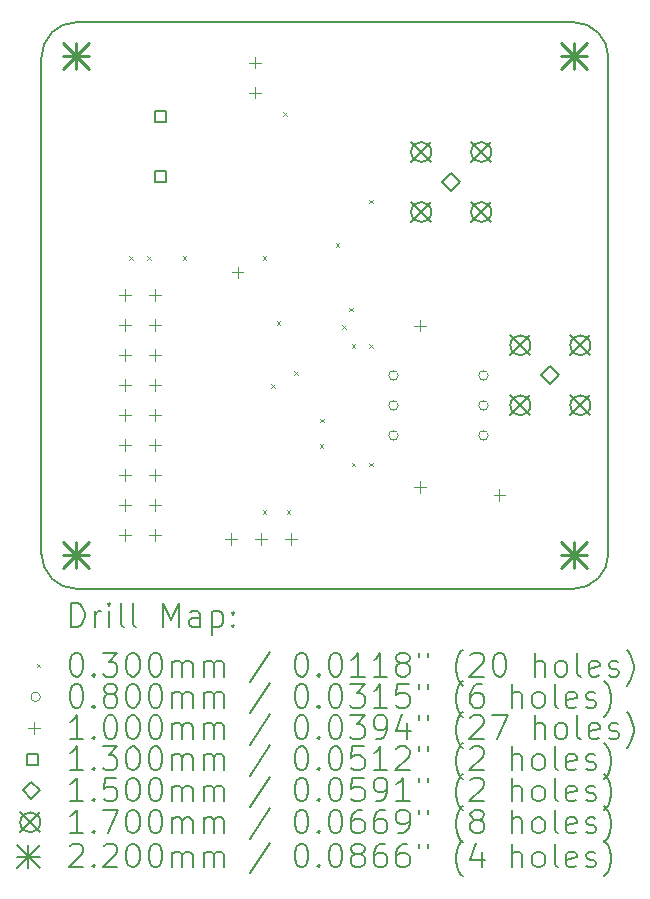
<source format=gbr>
%TF.GenerationSoftware,KiCad,Pcbnew,8.0.6*%
%TF.CreationDate,2025-01-05T01:43:25-07:00*%
%TF.ProjectId,AD9744 Ersatz Eval Board Rev. A,41443937-3434-4204-9572-7361747a2045,rev?*%
%TF.SameCoordinates,Original*%
%TF.FileFunction,Drillmap*%
%TF.FilePolarity,Positive*%
%FSLAX45Y45*%
G04 Gerber Fmt 4.5, Leading zero omitted, Abs format (unit mm)*
G04 Created by KiCad (PCBNEW 8.0.6) date 2025-01-05 01:43:25*
%MOMM*%
%LPD*%
G01*
G04 APERTURE LIST*
%ADD10C,0.200000*%
%ADD11C,0.100000*%
%ADD12C,0.130000*%
%ADD13C,0.150000*%
%ADD14C,0.170000*%
%ADD15C,0.220000*%
G04 APERTURE END LIST*
D10*
X12067500Y-7750000D02*
X16267500Y-7750000D01*
X12067500Y-12550000D02*
G75*
G02*
X11767500Y-12250000I0J300000D01*
G01*
X11767500Y-8050000D02*
G75*
G02*
X12067500Y-7750000I300000J0D01*
G01*
X16267500Y-7750000D02*
G75*
G02*
X16567500Y-8050000I0J-300000D01*
G01*
X16567500Y-12250000D02*
G75*
G02*
X16267500Y-12550000I-300000J0D01*
G01*
X16267500Y-12550000D02*
X12067500Y-12550000D01*
X11767500Y-12250000D02*
X11767500Y-8050000D01*
X16567500Y-8050000D02*
X16567500Y-12250000D01*
D11*
X12512500Y-9735000D02*
X12542500Y-9765000D01*
X12542500Y-9735000D02*
X12512500Y-9765000D01*
X12662500Y-9735000D02*
X12692500Y-9765000D01*
X12692500Y-9735000D02*
X12662500Y-9765000D01*
X12962500Y-9735000D02*
X12992500Y-9765000D01*
X12992500Y-9735000D02*
X12962500Y-9765000D01*
X13642500Y-9735000D02*
X13672500Y-9765000D01*
X13672500Y-9735000D02*
X13642500Y-9765000D01*
X13642500Y-11885000D02*
X13672500Y-11915000D01*
X13672500Y-11885000D02*
X13642500Y-11915000D01*
X13712500Y-10815000D02*
X13742500Y-10845000D01*
X13742500Y-10815000D02*
X13712500Y-10845000D01*
X13758500Y-10285000D02*
X13788500Y-10315000D01*
X13788500Y-10285000D02*
X13758500Y-10315000D01*
X13812500Y-8515000D02*
X13842500Y-8545000D01*
X13842500Y-8515000D02*
X13812500Y-8545000D01*
X13842500Y-11885000D02*
X13872500Y-11915000D01*
X13872500Y-11885000D02*
X13842500Y-11915000D01*
X13907095Y-10706548D02*
X13937095Y-10736548D01*
X13937095Y-10706548D02*
X13907095Y-10736548D01*
X14124474Y-11325807D02*
X14154474Y-11355807D01*
X14154474Y-11325807D02*
X14124474Y-11355807D01*
X14127275Y-11108367D02*
X14157275Y-11138367D01*
X14157275Y-11108367D02*
X14127275Y-11138367D01*
X14258500Y-9625000D02*
X14288500Y-9655000D01*
X14288500Y-9625000D02*
X14258500Y-9655000D01*
X14312500Y-10315000D02*
X14342500Y-10345000D01*
X14342500Y-10315000D02*
X14312500Y-10345000D01*
X14375073Y-10167574D02*
X14405073Y-10197574D01*
X14405073Y-10167574D02*
X14375073Y-10197574D01*
X14392500Y-10480000D02*
X14422500Y-10510000D01*
X14422500Y-10480000D02*
X14392500Y-10510000D01*
X14392500Y-11480000D02*
X14422500Y-11510000D01*
X14422500Y-11480000D02*
X14392500Y-11510000D01*
X14542500Y-9255000D02*
X14572500Y-9285000D01*
X14572500Y-9255000D02*
X14542500Y-9285000D01*
X14542500Y-10480000D02*
X14572500Y-10510000D01*
X14572500Y-10480000D02*
X14542500Y-10510000D01*
X14542500Y-11480000D02*
X14572500Y-11510000D01*
X14572500Y-11480000D02*
X14542500Y-11510000D01*
X14788000Y-10742000D02*
G75*
G02*
X14708000Y-10742000I-40000J0D01*
G01*
X14708000Y-10742000D02*
G75*
G02*
X14788000Y-10742000I40000J0D01*
G01*
X14788000Y-10996000D02*
G75*
G02*
X14708000Y-10996000I-40000J0D01*
G01*
X14708000Y-10996000D02*
G75*
G02*
X14788000Y-10996000I40000J0D01*
G01*
X14788000Y-11250000D02*
G75*
G02*
X14708000Y-11250000I-40000J0D01*
G01*
X14708000Y-11250000D02*
G75*
G02*
X14788000Y-11250000I40000J0D01*
G01*
X15550000Y-10742000D02*
G75*
G02*
X15470000Y-10742000I-40000J0D01*
G01*
X15470000Y-10742000D02*
G75*
G02*
X15550000Y-10742000I40000J0D01*
G01*
X15550000Y-10996000D02*
G75*
G02*
X15470000Y-10996000I-40000J0D01*
G01*
X15470000Y-10996000D02*
G75*
G02*
X15550000Y-10996000I40000J0D01*
G01*
X15550000Y-11250000D02*
G75*
G02*
X15470000Y-11250000I-40000J0D01*
G01*
X15470000Y-11250000D02*
G75*
G02*
X15550000Y-11250000I40000J0D01*
G01*
X12473500Y-10014000D02*
X12473500Y-10114000D01*
X12423500Y-10064000D02*
X12523500Y-10064000D01*
X12473500Y-10268000D02*
X12473500Y-10368000D01*
X12423500Y-10318000D02*
X12523500Y-10318000D01*
X12473500Y-10522000D02*
X12473500Y-10622000D01*
X12423500Y-10572000D02*
X12523500Y-10572000D01*
X12473500Y-10776000D02*
X12473500Y-10876000D01*
X12423500Y-10826000D02*
X12523500Y-10826000D01*
X12473500Y-11030000D02*
X12473500Y-11130000D01*
X12423500Y-11080000D02*
X12523500Y-11080000D01*
X12473500Y-11284000D02*
X12473500Y-11384000D01*
X12423500Y-11334000D02*
X12523500Y-11334000D01*
X12473500Y-11538000D02*
X12473500Y-11638000D01*
X12423500Y-11588000D02*
X12523500Y-11588000D01*
X12473500Y-11792000D02*
X12473500Y-11892000D01*
X12423500Y-11842000D02*
X12523500Y-11842000D01*
X12473500Y-12046000D02*
X12473500Y-12146000D01*
X12423500Y-12096000D02*
X12523500Y-12096000D01*
X12727500Y-10014000D02*
X12727500Y-10114000D01*
X12677500Y-10064000D02*
X12777500Y-10064000D01*
X12727500Y-10268000D02*
X12727500Y-10368000D01*
X12677500Y-10318000D02*
X12777500Y-10318000D01*
X12727500Y-10522000D02*
X12727500Y-10622000D01*
X12677500Y-10572000D02*
X12777500Y-10572000D01*
X12727500Y-10776000D02*
X12727500Y-10876000D01*
X12677500Y-10826000D02*
X12777500Y-10826000D01*
X12727500Y-11030000D02*
X12727500Y-11130000D01*
X12677500Y-11080000D02*
X12777500Y-11080000D01*
X12727500Y-11284000D02*
X12727500Y-11384000D01*
X12677500Y-11334000D02*
X12777500Y-11334000D01*
X12727500Y-11538000D02*
X12727500Y-11638000D01*
X12677500Y-11588000D02*
X12777500Y-11588000D01*
X12727500Y-11792000D02*
X12727500Y-11892000D01*
X12677500Y-11842000D02*
X12777500Y-11842000D01*
X12727500Y-12046000D02*
X12727500Y-12146000D01*
X12677500Y-12096000D02*
X12777500Y-12096000D01*
X13373500Y-12080000D02*
X13373500Y-12180000D01*
X13323500Y-12130000D02*
X13423500Y-12130000D01*
X13427500Y-9820000D02*
X13427500Y-9920000D01*
X13377500Y-9870000D02*
X13477500Y-9870000D01*
X13577500Y-8043500D02*
X13577500Y-8143500D01*
X13527500Y-8093500D02*
X13627500Y-8093500D01*
X13577500Y-8297500D02*
X13577500Y-8397500D01*
X13527500Y-8347500D02*
X13627500Y-8347500D01*
X13627500Y-12080000D02*
X13627500Y-12180000D01*
X13577500Y-12130000D02*
X13677500Y-12130000D01*
X13881500Y-12080000D02*
X13881500Y-12180000D01*
X13831500Y-12130000D02*
X13931500Y-12130000D01*
X14975000Y-10270000D02*
X14975000Y-10370000D01*
X14925000Y-10320000D02*
X15025000Y-10320000D01*
X14975000Y-11640000D02*
X14975000Y-11740000D01*
X14925000Y-11690000D02*
X15025000Y-11690000D01*
X15645000Y-11705000D02*
X15645000Y-11805000D01*
X15595000Y-11755000D02*
X15695000Y-11755000D01*
D12*
X12823462Y-8597962D02*
X12823462Y-8506038D01*
X12731538Y-8506038D01*
X12731538Y-8597962D01*
X12823462Y-8597962D01*
X12823462Y-9105962D02*
X12823462Y-9014038D01*
X12731538Y-9014038D01*
X12731538Y-9105962D01*
X12823462Y-9105962D01*
D13*
X15236500Y-9180000D02*
X15311500Y-9105000D01*
X15236500Y-9030000D01*
X15161500Y-9105000D01*
X15236500Y-9180000D01*
X16076000Y-10816000D02*
X16151000Y-10741000D01*
X16076000Y-10666000D01*
X16001000Y-10741000D01*
X16076000Y-10816000D01*
D14*
X14897500Y-8766000D02*
X15067500Y-8936000D01*
X15067500Y-8766000D02*
X14897500Y-8936000D01*
X15067500Y-8851000D02*
G75*
G02*
X14897500Y-8851000I-85000J0D01*
G01*
X14897500Y-8851000D02*
G75*
G02*
X15067500Y-8851000I85000J0D01*
G01*
X14897500Y-9274000D02*
X15067500Y-9444000D01*
X15067500Y-9274000D02*
X14897500Y-9444000D01*
X15067500Y-9359000D02*
G75*
G02*
X14897500Y-9359000I-85000J0D01*
G01*
X14897500Y-9359000D02*
G75*
G02*
X15067500Y-9359000I85000J0D01*
G01*
X15405500Y-8766000D02*
X15575500Y-8936000D01*
X15575500Y-8766000D02*
X15405500Y-8936000D01*
X15575500Y-8851000D02*
G75*
G02*
X15405500Y-8851000I-85000J0D01*
G01*
X15405500Y-8851000D02*
G75*
G02*
X15575500Y-8851000I85000J0D01*
G01*
X15405500Y-9274000D02*
X15575500Y-9444000D01*
X15575500Y-9274000D02*
X15405500Y-9444000D01*
X15575500Y-9359000D02*
G75*
G02*
X15405500Y-9359000I-85000J0D01*
G01*
X15405500Y-9359000D02*
G75*
G02*
X15575500Y-9359000I85000J0D01*
G01*
X15737000Y-10402000D02*
X15907000Y-10572000D01*
X15907000Y-10402000D02*
X15737000Y-10572000D01*
X15907000Y-10487000D02*
G75*
G02*
X15737000Y-10487000I-85000J0D01*
G01*
X15737000Y-10487000D02*
G75*
G02*
X15907000Y-10487000I85000J0D01*
G01*
X15737000Y-10910000D02*
X15907000Y-11080000D01*
X15907000Y-10910000D02*
X15737000Y-11080000D01*
X15907000Y-10995000D02*
G75*
G02*
X15737000Y-10995000I-85000J0D01*
G01*
X15737000Y-10995000D02*
G75*
G02*
X15907000Y-10995000I85000J0D01*
G01*
X16245000Y-10402000D02*
X16415000Y-10572000D01*
X16415000Y-10402000D02*
X16245000Y-10572000D01*
X16415000Y-10487000D02*
G75*
G02*
X16245000Y-10487000I-85000J0D01*
G01*
X16245000Y-10487000D02*
G75*
G02*
X16415000Y-10487000I85000J0D01*
G01*
X16245000Y-10910000D02*
X16415000Y-11080000D01*
X16415000Y-10910000D02*
X16245000Y-11080000D01*
X16415000Y-10995000D02*
G75*
G02*
X16245000Y-10995000I-85000J0D01*
G01*
X16245000Y-10995000D02*
G75*
G02*
X16415000Y-10995000I85000J0D01*
G01*
D15*
X11947500Y-7930000D02*
X12167500Y-8150000D01*
X12167500Y-7930000D02*
X11947500Y-8150000D01*
X12057500Y-7930000D02*
X12057500Y-8150000D01*
X11947500Y-8040000D02*
X12167500Y-8040000D01*
X11947500Y-12150000D02*
X12167500Y-12370000D01*
X12167500Y-12150000D02*
X11947500Y-12370000D01*
X12057500Y-12150000D02*
X12057500Y-12370000D01*
X11947500Y-12260000D02*
X12167500Y-12260000D01*
X16167500Y-7930000D02*
X16387500Y-8150000D01*
X16387500Y-7930000D02*
X16167500Y-8150000D01*
X16277500Y-7930000D02*
X16277500Y-8150000D01*
X16167500Y-8040000D02*
X16387500Y-8040000D01*
X16167500Y-12150000D02*
X16387500Y-12370000D01*
X16387500Y-12150000D02*
X16167500Y-12370000D01*
X16277500Y-12150000D02*
X16277500Y-12370000D01*
X16167500Y-12260000D02*
X16387500Y-12260000D01*
D10*
X12018277Y-12871484D02*
X12018277Y-12671484D01*
X12018277Y-12671484D02*
X12065896Y-12671484D01*
X12065896Y-12671484D02*
X12094467Y-12681008D01*
X12094467Y-12681008D02*
X12113515Y-12700055D01*
X12113515Y-12700055D02*
X12123039Y-12719103D01*
X12123039Y-12719103D02*
X12132562Y-12757198D01*
X12132562Y-12757198D02*
X12132562Y-12785769D01*
X12132562Y-12785769D02*
X12123039Y-12823865D01*
X12123039Y-12823865D02*
X12113515Y-12842912D01*
X12113515Y-12842912D02*
X12094467Y-12861960D01*
X12094467Y-12861960D02*
X12065896Y-12871484D01*
X12065896Y-12871484D02*
X12018277Y-12871484D01*
X12218277Y-12871484D02*
X12218277Y-12738150D01*
X12218277Y-12776246D02*
X12227801Y-12757198D01*
X12227801Y-12757198D02*
X12237324Y-12747674D01*
X12237324Y-12747674D02*
X12256372Y-12738150D01*
X12256372Y-12738150D02*
X12275420Y-12738150D01*
X12342086Y-12871484D02*
X12342086Y-12738150D01*
X12342086Y-12671484D02*
X12332562Y-12681008D01*
X12332562Y-12681008D02*
X12342086Y-12690531D01*
X12342086Y-12690531D02*
X12351610Y-12681008D01*
X12351610Y-12681008D02*
X12342086Y-12671484D01*
X12342086Y-12671484D02*
X12342086Y-12690531D01*
X12465896Y-12871484D02*
X12446848Y-12861960D01*
X12446848Y-12861960D02*
X12437324Y-12842912D01*
X12437324Y-12842912D02*
X12437324Y-12671484D01*
X12570658Y-12871484D02*
X12551610Y-12861960D01*
X12551610Y-12861960D02*
X12542086Y-12842912D01*
X12542086Y-12842912D02*
X12542086Y-12671484D01*
X12799229Y-12871484D02*
X12799229Y-12671484D01*
X12799229Y-12671484D02*
X12865896Y-12814341D01*
X12865896Y-12814341D02*
X12932562Y-12671484D01*
X12932562Y-12671484D02*
X12932562Y-12871484D01*
X13113515Y-12871484D02*
X13113515Y-12766722D01*
X13113515Y-12766722D02*
X13103991Y-12747674D01*
X13103991Y-12747674D02*
X13084943Y-12738150D01*
X13084943Y-12738150D02*
X13046848Y-12738150D01*
X13046848Y-12738150D02*
X13027801Y-12747674D01*
X13113515Y-12861960D02*
X13094467Y-12871484D01*
X13094467Y-12871484D02*
X13046848Y-12871484D01*
X13046848Y-12871484D02*
X13027801Y-12861960D01*
X13027801Y-12861960D02*
X13018277Y-12842912D01*
X13018277Y-12842912D02*
X13018277Y-12823865D01*
X13018277Y-12823865D02*
X13027801Y-12804817D01*
X13027801Y-12804817D02*
X13046848Y-12795293D01*
X13046848Y-12795293D02*
X13094467Y-12795293D01*
X13094467Y-12795293D02*
X13113515Y-12785769D01*
X13208753Y-12738150D02*
X13208753Y-12938150D01*
X13208753Y-12747674D02*
X13227801Y-12738150D01*
X13227801Y-12738150D02*
X13265896Y-12738150D01*
X13265896Y-12738150D02*
X13284943Y-12747674D01*
X13284943Y-12747674D02*
X13294467Y-12757198D01*
X13294467Y-12757198D02*
X13303991Y-12776246D01*
X13303991Y-12776246D02*
X13303991Y-12833388D01*
X13303991Y-12833388D02*
X13294467Y-12852436D01*
X13294467Y-12852436D02*
X13284943Y-12861960D01*
X13284943Y-12861960D02*
X13265896Y-12871484D01*
X13265896Y-12871484D02*
X13227801Y-12871484D01*
X13227801Y-12871484D02*
X13208753Y-12861960D01*
X13389705Y-12852436D02*
X13399229Y-12861960D01*
X13399229Y-12861960D02*
X13389705Y-12871484D01*
X13389705Y-12871484D02*
X13380182Y-12861960D01*
X13380182Y-12861960D02*
X13389705Y-12852436D01*
X13389705Y-12852436D02*
X13389705Y-12871484D01*
X13389705Y-12747674D02*
X13399229Y-12757198D01*
X13399229Y-12757198D02*
X13389705Y-12766722D01*
X13389705Y-12766722D02*
X13380182Y-12757198D01*
X13380182Y-12757198D02*
X13389705Y-12747674D01*
X13389705Y-12747674D02*
X13389705Y-12766722D01*
D11*
X11727500Y-13185000D02*
X11757500Y-13215000D01*
X11757500Y-13185000D02*
X11727500Y-13215000D01*
D10*
X12056372Y-13091484D02*
X12075420Y-13091484D01*
X12075420Y-13091484D02*
X12094467Y-13101008D01*
X12094467Y-13101008D02*
X12103991Y-13110531D01*
X12103991Y-13110531D02*
X12113515Y-13129579D01*
X12113515Y-13129579D02*
X12123039Y-13167674D01*
X12123039Y-13167674D02*
X12123039Y-13215293D01*
X12123039Y-13215293D02*
X12113515Y-13253388D01*
X12113515Y-13253388D02*
X12103991Y-13272436D01*
X12103991Y-13272436D02*
X12094467Y-13281960D01*
X12094467Y-13281960D02*
X12075420Y-13291484D01*
X12075420Y-13291484D02*
X12056372Y-13291484D01*
X12056372Y-13291484D02*
X12037324Y-13281960D01*
X12037324Y-13281960D02*
X12027801Y-13272436D01*
X12027801Y-13272436D02*
X12018277Y-13253388D01*
X12018277Y-13253388D02*
X12008753Y-13215293D01*
X12008753Y-13215293D02*
X12008753Y-13167674D01*
X12008753Y-13167674D02*
X12018277Y-13129579D01*
X12018277Y-13129579D02*
X12027801Y-13110531D01*
X12027801Y-13110531D02*
X12037324Y-13101008D01*
X12037324Y-13101008D02*
X12056372Y-13091484D01*
X12208753Y-13272436D02*
X12218277Y-13281960D01*
X12218277Y-13281960D02*
X12208753Y-13291484D01*
X12208753Y-13291484D02*
X12199229Y-13281960D01*
X12199229Y-13281960D02*
X12208753Y-13272436D01*
X12208753Y-13272436D02*
X12208753Y-13291484D01*
X12284943Y-13091484D02*
X12408753Y-13091484D01*
X12408753Y-13091484D02*
X12342086Y-13167674D01*
X12342086Y-13167674D02*
X12370658Y-13167674D01*
X12370658Y-13167674D02*
X12389705Y-13177198D01*
X12389705Y-13177198D02*
X12399229Y-13186722D01*
X12399229Y-13186722D02*
X12408753Y-13205769D01*
X12408753Y-13205769D02*
X12408753Y-13253388D01*
X12408753Y-13253388D02*
X12399229Y-13272436D01*
X12399229Y-13272436D02*
X12389705Y-13281960D01*
X12389705Y-13281960D02*
X12370658Y-13291484D01*
X12370658Y-13291484D02*
X12313515Y-13291484D01*
X12313515Y-13291484D02*
X12294467Y-13281960D01*
X12294467Y-13281960D02*
X12284943Y-13272436D01*
X12532562Y-13091484D02*
X12551610Y-13091484D01*
X12551610Y-13091484D02*
X12570658Y-13101008D01*
X12570658Y-13101008D02*
X12580182Y-13110531D01*
X12580182Y-13110531D02*
X12589705Y-13129579D01*
X12589705Y-13129579D02*
X12599229Y-13167674D01*
X12599229Y-13167674D02*
X12599229Y-13215293D01*
X12599229Y-13215293D02*
X12589705Y-13253388D01*
X12589705Y-13253388D02*
X12580182Y-13272436D01*
X12580182Y-13272436D02*
X12570658Y-13281960D01*
X12570658Y-13281960D02*
X12551610Y-13291484D01*
X12551610Y-13291484D02*
X12532562Y-13291484D01*
X12532562Y-13291484D02*
X12513515Y-13281960D01*
X12513515Y-13281960D02*
X12503991Y-13272436D01*
X12503991Y-13272436D02*
X12494467Y-13253388D01*
X12494467Y-13253388D02*
X12484943Y-13215293D01*
X12484943Y-13215293D02*
X12484943Y-13167674D01*
X12484943Y-13167674D02*
X12494467Y-13129579D01*
X12494467Y-13129579D02*
X12503991Y-13110531D01*
X12503991Y-13110531D02*
X12513515Y-13101008D01*
X12513515Y-13101008D02*
X12532562Y-13091484D01*
X12723039Y-13091484D02*
X12742086Y-13091484D01*
X12742086Y-13091484D02*
X12761134Y-13101008D01*
X12761134Y-13101008D02*
X12770658Y-13110531D01*
X12770658Y-13110531D02*
X12780182Y-13129579D01*
X12780182Y-13129579D02*
X12789705Y-13167674D01*
X12789705Y-13167674D02*
X12789705Y-13215293D01*
X12789705Y-13215293D02*
X12780182Y-13253388D01*
X12780182Y-13253388D02*
X12770658Y-13272436D01*
X12770658Y-13272436D02*
X12761134Y-13281960D01*
X12761134Y-13281960D02*
X12742086Y-13291484D01*
X12742086Y-13291484D02*
X12723039Y-13291484D01*
X12723039Y-13291484D02*
X12703991Y-13281960D01*
X12703991Y-13281960D02*
X12694467Y-13272436D01*
X12694467Y-13272436D02*
X12684943Y-13253388D01*
X12684943Y-13253388D02*
X12675420Y-13215293D01*
X12675420Y-13215293D02*
X12675420Y-13167674D01*
X12675420Y-13167674D02*
X12684943Y-13129579D01*
X12684943Y-13129579D02*
X12694467Y-13110531D01*
X12694467Y-13110531D02*
X12703991Y-13101008D01*
X12703991Y-13101008D02*
X12723039Y-13091484D01*
X12875420Y-13291484D02*
X12875420Y-13158150D01*
X12875420Y-13177198D02*
X12884943Y-13167674D01*
X12884943Y-13167674D02*
X12903991Y-13158150D01*
X12903991Y-13158150D02*
X12932563Y-13158150D01*
X12932563Y-13158150D02*
X12951610Y-13167674D01*
X12951610Y-13167674D02*
X12961134Y-13186722D01*
X12961134Y-13186722D02*
X12961134Y-13291484D01*
X12961134Y-13186722D02*
X12970658Y-13167674D01*
X12970658Y-13167674D02*
X12989705Y-13158150D01*
X12989705Y-13158150D02*
X13018277Y-13158150D01*
X13018277Y-13158150D02*
X13037324Y-13167674D01*
X13037324Y-13167674D02*
X13046848Y-13186722D01*
X13046848Y-13186722D02*
X13046848Y-13291484D01*
X13142086Y-13291484D02*
X13142086Y-13158150D01*
X13142086Y-13177198D02*
X13151610Y-13167674D01*
X13151610Y-13167674D02*
X13170658Y-13158150D01*
X13170658Y-13158150D02*
X13199229Y-13158150D01*
X13199229Y-13158150D02*
X13218277Y-13167674D01*
X13218277Y-13167674D02*
X13227801Y-13186722D01*
X13227801Y-13186722D02*
X13227801Y-13291484D01*
X13227801Y-13186722D02*
X13237324Y-13167674D01*
X13237324Y-13167674D02*
X13256372Y-13158150D01*
X13256372Y-13158150D02*
X13284943Y-13158150D01*
X13284943Y-13158150D02*
X13303991Y-13167674D01*
X13303991Y-13167674D02*
X13313515Y-13186722D01*
X13313515Y-13186722D02*
X13313515Y-13291484D01*
X13703991Y-13081960D02*
X13532563Y-13339103D01*
X13961134Y-13091484D02*
X13980182Y-13091484D01*
X13980182Y-13091484D02*
X13999229Y-13101008D01*
X13999229Y-13101008D02*
X14008753Y-13110531D01*
X14008753Y-13110531D02*
X14018277Y-13129579D01*
X14018277Y-13129579D02*
X14027801Y-13167674D01*
X14027801Y-13167674D02*
X14027801Y-13215293D01*
X14027801Y-13215293D02*
X14018277Y-13253388D01*
X14018277Y-13253388D02*
X14008753Y-13272436D01*
X14008753Y-13272436D02*
X13999229Y-13281960D01*
X13999229Y-13281960D02*
X13980182Y-13291484D01*
X13980182Y-13291484D02*
X13961134Y-13291484D01*
X13961134Y-13291484D02*
X13942086Y-13281960D01*
X13942086Y-13281960D02*
X13932563Y-13272436D01*
X13932563Y-13272436D02*
X13923039Y-13253388D01*
X13923039Y-13253388D02*
X13913515Y-13215293D01*
X13913515Y-13215293D02*
X13913515Y-13167674D01*
X13913515Y-13167674D02*
X13923039Y-13129579D01*
X13923039Y-13129579D02*
X13932563Y-13110531D01*
X13932563Y-13110531D02*
X13942086Y-13101008D01*
X13942086Y-13101008D02*
X13961134Y-13091484D01*
X14113515Y-13272436D02*
X14123039Y-13281960D01*
X14123039Y-13281960D02*
X14113515Y-13291484D01*
X14113515Y-13291484D02*
X14103991Y-13281960D01*
X14103991Y-13281960D02*
X14113515Y-13272436D01*
X14113515Y-13272436D02*
X14113515Y-13291484D01*
X14246848Y-13091484D02*
X14265896Y-13091484D01*
X14265896Y-13091484D02*
X14284944Y-13101008D01*
X14284944Y-13101008D02*
X14294467Y-13110531D01*
X14294467Y-13110531D02*
X14303991Y-13129579D01*
X14303991Y-13129579D02*
X14313515Y-13167674D01*
X14313515Y-13167674D02*
X14313515Y-13215293D01*
X14313515Y-13215293D02*
X14303991Y-13253388D01*
X14303991Y-13253388D02*
X14294467Y-13272436D01*
X14294467Y-13272436D02*
X14284944Y-13281960D01*
X14284944Y-13281960D02*
X14265896Y-13291484D01*
X14265896Y-13291484D02*
X14246848Y-13291484D01*
X14246848Y-13291484D02*
X14227801Y-13281960D01*
X14227801Y-13281960D02*
X14218277Y-13272436D01*
X14218277Y-13272436D02*
X14208753Y-13253388D01*
X14208753Y-13253388D02*
X14199229Y-13215293D01*
X14199229Y-13215293D02*
X14199229Y-13167674D01*
X14199229Y-13167674D02*
X14208753Y-13129579D01*
X14208753Y-13129579D02*
X14218277Y-13110531D01*
X14218277Y-13110531D02*
X14227801Y-13101008D01*
X14227801Y-13101008D02*
X14246848Y-13091484D01*
X14503991Y-13291484D02*
X14389706Y-13291484D01*
X14446848Y-13291484D02*
X14446848Y-13091484D01*
X14446848Y-13091484D02*
X14427801Y-13120055D01*
X14427801Y-13120055D02*
X14408753Y-13139103D01*
X14408753Y-13139103D02*
X14389706Y-13148627D01*
X14694467Y-13291484D02*
X14580182Y-13291484D01*
X14637325Y-13291484D02*
X14637325Y-13091484D01*
X14637325Y-13091484D02*
X14618277Y-13120055D01*
X14618277Y-13120055D02*
X14599229Y-13139103D01*
X14599229Y-13139103D02*
X14580182Y-13148627D01*
X14808753Y-13177198D02*
X14789706Y-13167674D01*
X14789706Y-13167674D02*
X14780182Y-13158150D01*
X14780182Y-13158150D02*
X14770658Y-13139103D01*
X14770658Y-13139103D02*
X14770658Y-13129579D01*
X14770658Y-13129579D02*
X14780182Y-13110531D01*
X14780182Y-13110531D02*
X14789706Y-13101008D01*
X14789706Y-13101008D02*
X14808753Y-13091484D01*
X14808753Y-13091484D02*
X14846848Y-13091484D01*
X14846848Y-13091484D02*
X14865896Y-13101008D01*
X14865896Y-13101008D02*
X14875420Y-13110531D01*
X14875420Y-13110531D02*
X14884944Y-13129579D01*
X14884944Y-13129579D02*
X14884944Y-13139103D01*
X14884944Y-13139103D02*
X14875420Y-13158150D01*
X14875420Y-13158150D02*
X14865896Y-13167674D01*
X14865896Y-13167674D02*
X14846848Y-13177198D01*
X14846848Y-13177198D02*
X14808753Y-13177198D01*
X14808753Y-13177198D02*
X14789706Y-13186722D01*
X14789706Y-13186722D02*
X14780182Y-13196246D01*
X14780182Y-13196246D02*
X14770658Y-13215293D01*
X14770658Y-13215293D02*
X14770658Y-13253388D01*
X14770658Y-13253388D02*
X14780182Y-13272436D01*
X14780182Y-13272436D02*
X14789706Y-13281960D01*
X14789706Y-13281960D02*
X14808753Y-13291484D01*
X14808753Y-13291484D02*
X14846848Y-13291484D01*
X14846848Y-13291484D02*
X14865896Y-13281960D01*
X14865896Y-13281960D02*
X14875420Y-13272436D01*
X14875420Y-13272436D02*
X14884944Y-13253388D01*
X14884944Y-13253388D02*
X14884944Y-13215293D01*
X14884944Y-13215293D02*
X14875420Y-13196246D01*
X14875420Y-13196246D02*
X14865896Y-13186722D01*
X14865896Y-13186722D02*
X14846848Y-13177198D01*
X14961134Y-13091484D02*
X14961134Y-13129579D01*
X15037325Y-13091484D02*
X15037325Y-13129579D01*
X15332563Y-13367674D02*
X15323039Y-13358150D01*
X15323039Y-13358150D02*
X15303991Y-13329579D01*
X15303991Y-13329579D02*
X15294468Y-13310531D01*
X15294468Y-13310531D02*
X15284944Y-13281960D01*
X15284944Y-13281960D02*
X15275420Y-13234341D01*
X15275420Y-13234341D02*
X15275420Y-13196246D01*
X15275420Y-13196246D02*
X15284944Y-13148627D01*
X15284944Y-13148627D02*
X15294468Y-13120055D01*
X15294468Y-13120055D02*
X15303991Y-13101008D01*
X15303991Y-13101008D02*
X15323039Y-13072436D01*
X15323039Y-13072436D02*
X15332563Y-13062912D01*
X15399229Y-13110531D02*
X15408753Y-13101008D01*
X15408753Y-13101008D02*
X15427801Y-13091484D01*
X15427801Y-13091484D02*
X15475420Y-13091484D01*
X15475420Y-13091484D02*
X15494468Y-13101008D01*
X15494468Y-13101008D02*
X15503991Y-13110531D01*
X15503991Y-13110531D02*
X15513515Y-13129579D01*
X15513515Y-13129579D02*
X15513515Y-13148627D01*
X15513515Y-13148627D02*
X15503991Y-13177198D01*
X15503991Y-13177198D02*
X15389706Y-13291484D01*
X15389706Y-13291484D02*
X15513515Y-13291484D01*
X15637325Y-13091484D02*
X15656372Y-13091484D01*
X15656372Y-13091484D02*
X15675420Y-13101008D01*
X15675420Y-13101008D02*
X15684944Y-13110531D01*
X15684944Y-13110531D02*
X15694468Y-13129579D01*
X15694468Y-13129579D02*
X15703991Y-13167674D01*
X15703991Y-13167674D02*
X15703991Y-13215293D01*
X15703991Y-13215293D02*
X15694468Y-13253388D01*
X15694468Y-13253388D02*
X15684944Y-13272436D01*
X15684944Y-13272436D02*
X15675420Y-13281960D01*
X15675420Y-13281960D02*
X15656372Y-13291484D01*
X15656372Y-13291484D02*
X15637325Y-13291484D01*
X15637325Y-13291484D02*
X15618277Y-13281960D01*
X15618277Y-13281960D02*
X15608753Y-13272436D01*
X15608753Y-13272436D02*
X15599229Y-13253388D01*
X15599229Y-13253388D02*
X15589706Y-13215293D01*
X15589706Y-13215293D02*
X15589706Y-13167674D01*
X15589706Y-13167674D02*
X15599229Y-13129579D01*
X15599229Y-13129579D02*
X15608753Y-13110531D01*
X15608753Y-13110531D02*
X15618277Y-13101008D01*
X15618277Y-13101008D02*
X15637325Y-13091484D01*
X15942087Y-13291484D02*
X15942087Y-13091484D01*
X16027801Y-13291484D02*
X16027801Y-13186722D01*
X16027801Y-13186722D02*
X16018277Y-13167674D01*
X16018277Y-13167674D02*
X15999230Y-13158150D01*
X15999230Y-13158150D02*
X15970658Y-13158150D01*
X15970658Y-13158150D02*
X15951610Y-13167674D01*
X15951610Y-13167674D02*
X15942087Y-13177198D01*
X16151610Y-13291484D02*
X16132563Y-13281960D01*
X16132563Y-13281960D02*
X16123039Y-13272436D01*
X16123039Y-13272436D02*
X16113515Y-13253388D01*
X16113515Y-13253388D02*
X16113515Y-13196246D01*
X16113515Y-13196246D02*
X16123039Y-13177198D01*
X16123039Y-13177198D02*
X16132563Y-13167674D01*
X16132563Y-13167674D02*
X16151610Y-13158150D01*
X16151610Y-13158150D02*
X16180182Y-13158150D01*
X16180182Y-13158150D02*
X16199230Y-13167674D01*
X16199230Y-13167674D02*
X16208753Y-13177198D01*
X16208753Y-13177198D02*
X16218277Y-13196246D01*
X16218277Y-13196246D02*
X16218277Y-13253388D01*
X16218277Y-13253388D02*
X16208753Y-13272436D01*
X16208753Y-13272436D02*
X16199230Y-13281960D01*
X16199230Y-13281960D02*
X16180182Y-13291484D01*
X16180182Y-13291484D02*
X16151610Y-13291484D01*
X16332563Y-13291484D02*
X16313515Y-13281960D01*
X16313515Y-13281960D02*
X16303991Y-13262912D01*
X16303991Y-13262912D02*
X16303991Y-13091484D01*
X16484944Y-13281960D02*
X16465896Y-13291484D01*
X16465896Y-13291484D02*
X16427801Y-13291484D01*
X16427801Y-13291484D02*
X16408753Y-13281960D01*
X16408753Y-13281960D02*
X16399230Y-13262912D01*
X16399230Y-13262912D02*
X16399230Y-13186722D01*
X16399230Y-13186722D02*
X16408753Y-13167674D01*
X16408753Y-13167674D02*
X16427801Y-13158150D01*
X16427801Y-13158150D02*
X16465896Y-13158150D01*
X16465896Y-13158150D02*
X16484944Y-13167674D01*
X16484944Y-13167674D02*
X16494468Y-13186722D01*
X16494468Y-13186722D02*
X16494468Y-13205769D01*
X16494468Y-13205769D02*
X16399230Y-13224817D01*
X16570658Y-13281960D02*
X16589706Y-13291484D01*
X16589706Y-13291484D02*
X16627801Y-13291484D01*
X16627801Y-13291484D02*
X16646849Y-13281960D01*
X16646849Y-13281960D02*
X16656372Y-13262912D01*
X16656372Y-13262912D02*
X16656372Y-13253388D01*
X16656372Y-13253388D02*
X16646849Y-13234341D01*
X16646849Y-13234341D02*
X16627801Y-13224817D01*
X16627801Y-13224817D02*
X16599230Y-13224817D01*
X16599230Y-13224817D02*
X16580182Y-13215293D01*
X16580182Y-13215293D02*
X16570658Y-13196246D01*
X16570658Y-13196246D02*
X16570658Y-13186722D01*
X16570658Y-13186722D02*
X16580182Y-13167674D01*
X16580182Y-13167674D02*
X16599230Y-13158150D01*
X16599230Y-13158150D02*
X16627801Y-13158150D01*
X16627801Y-13158150D02*
X16646849Y-13167674D01*
X16723039Y-13367674D02*
X16732563Y-13358150D01*
X16732563Y-13358150D02*
X16751611Y-13329579D01*
X16751611Y-13329579D02*
X16761134Y-13310531D01*
X16761134Y-13310531D02*
X16770658Y-13281960D01*
X16770658Y-13281960D02*
X16780182Y-13234341D01*
X16780182Y-13234341D02*
X16780182Y-13196246D01*
X16780182Y-13196246D02*
X16770658Y-13148627D01*
X16770658Y-13148627D02*
X16761134Y-13120055D01*
X16761134Y-13120055D02*
X16751611Y-13101008D01*
X16751611Y-13101008D02*
X16732563Y-13072436D01*
X16732563Y-13072436D02*
X16723039Y-13062912D01*
D11*
X11757500Y-13464000D02*
G75*
G02*
X11677500Y-13464000I-40000J0D01*
G01*
X11677500Y-13464000D02*
G75*
G02*
X11757500Y-13464000I40000J0D01*
G01*
D10*
X12056372Y-13355484D02*
X12075420Y-13355484D01*
X12075420Y-13355484D02*
X12094467Y-13365008D01*
X12094467Y-13365008D02*
X12103991Y-13374531D01*
X12103991Y-13374531D02*
X12113515Y-13393579D01*
X12113515Y-13393579D02*
X12123039Y-13431674D01*
X12123039Y-13431674D02*
X12123039Y-13479293D01*
X12123039Y-13479293D02*
X12113515Y-13517388D01*
X12113515Y-13517388D02*
X12103991Y-13536436D01*
X12103991Y-13536436D02*
X12094467Y-13545960D01*
X12094467Y-13545960D02*
X12075420Y-13555484D01*
X12075420Y-13555484D02*
X12056372Y-13555484D01*
X12056372Y-13555484D02*
X12037324Y-13545960D01*
X12037324Y-13545960D02*
X12027801Y-13536436D01*
X12027801Y-13536436D02*
X12018277Y-13517388D01*
X12018277Y-13517388D02*
X12008753Y-13479293D01*
X12008753Y-13479293D02*
X12008753Y-13431674D01*
X12008753Y-13431674D02*
X12018277Y-13393579D01*
X12018277Y-13393579D02*
X12027801Y-13374531D01*
X12027801Y-13374531D02*
X12037324Y-13365008D01*
X12037324Y-13365008D02*
X12056372Y-13355484D01*
X12208753Y-13536436D02*
X12218277Y-13545960D01*
X12218277Y-13545960D02*
X12208753Y-13555484D01*
X12208753Y-13555484D02*
X12199229Y-13545960D01*
X12199229Y-13545960D02*
X12208753Y-13536436D01*
X12208753Y-13536436D02*
X12208753Y-13555484D01*
X12332562Y-13441198D02*
X12313515Y-13431674D01*
X12313515Y-13431674D02*
X12303991Y-13422150D01*
X12303991Y-13422150D02*
X12294467Y-13403103D01*
X12294467Y-13403103D02*
X12294467Y-13393579D01*
X12294467Y-13393579D02*
X12303991Y-13374531D01*
X12303991Y-13374531D02*
X12313515Y-13365008D01*
X12313515Y-13365008D02*
X12332562Y-13355484D01*
X12332562Y-13355484D02*
X12370658Y-13355484D01*
X12370658Y-13355484D02*
X12389705Y-13365008D01*
X12389705Y-13365008D02*
X12399229Y-13374531D01*
X12399229Y-13374531D02*
X12408753Y-13393579D01*
X12408753Y-13393579D02*
X12408753Y-13403103D01*
X12408753Y-13403103D02*
X12399229Y-13422150D01*
X12399229Y-13422150D02*
X12389705Y-13431674D01*
X12389705Y-13431674D02*
X12370658Y-13441198D01*
X12370658Y-13441198D02*
X12332562Y-13441198D01*
X12332562Y-13441198D02*
X12313515Y-13450722D01*
X12313515Y-13450722D02*
X12303991Y-13460246D01*
X12303991Y-13460246D02*
X12294467Y-13479293D01*
X12294467Y-13479293D02*
X12294467Y-13517388D01*
X12294467Y-13517388D02*
X12303991Y-13536436D01*
X12303991Y-13536436D02*
X12313515Y-13545960D01*
X12313515Y-13545960D02*
X12332562Y-13555484D01*
X12332562Y-13555484D02*
X12370658Y-13555484D01*
X12370658Y-13555484D02*
X12389705Y-13545960D01*
X12389705Y-13545960D02*
X12399229Y-13536436D01*
X12399229Y-13536436D02*
X12408753Y-13517388D01*
X12408753Y-13517388D02*
X12408753Y-13479293D01*
X12408753Y-13479293D02*
X12399229Y-13460246D01*
X12399229Y-13460246D02*
X12389705Y-13450722D01*
X12389705Y-13450722D02*
X12370658Y-13441198D01*
X12532562Y-13355484D02*
X12551610Y-13355484D01*
X12551610Y-13355484D02*
X12570658Y-13365008D01*
X12570658Y-13365008D02*
X12580182Y-13374531D01*
X12580182Y-13374531D02*
X12589705Y-13393579D01*
X12589705Y-13393579D02*
X12599229Y-13431674D01*
X12599229Y-13431674D02*
X12599229Y-13479293D01*
X12599229Y-13479293D02*
X12589705Y-13517388D01*
X12589705Y-13517388D02*
X12580182Y-13536436D01*
X12580182Y-13536436D02*
X12570658Y-13545960D01*
X12570658Y-13545960D02*
X12551610Y-13555484D01*
X12551610Y-13555484D02*
X12532562Y-13555484D01*
X12532562Y-13555484D02*
X12513515Y-13545960D01*
X12513515Y-13545960D02*
X12503991Y-13536436D01*
X12503991Y-13536436D02*
X12494467Y-13517388D01*
X12494467Y-13517388D02*
X12484943Y-13479293D01*
X12484943Y-13479293D02*
X12484943Y-13431674D01*
X12484943Y-13431674D02*
X12494467Y-13393579D01*
X12494467Y-13393579D02*
X12503991Y-13374531D01*
X12503991Y-13374531D02*
X12513515Y-13365008D01*
X12513515Y-13365008D02*
X12532562Y-13355484D01*
X12723039Y-13355484D02*
X12742086Y-13355484D01*
X12742086Y-13355484D02*
X12761134Y-13365008D01*
X12761134Y-13365008D02*
X12770658Y-13374531D01*
X12770658Y-13374531D02*
X12780182Y-13393579D01*
X12780182Y-13393579D02*
X12789705Y-13431674D01*
X12789705Y-13431674D02*
X12789705Y-13479293D01*
X12789705Y-13479293D02*
X12780182Y-13517388D01*
X12780182Y-13517388D02*
X12770658Y-13536436D01*
X12770658Y-13536436D02*
X12761134Y-13545960D01*
X12761134Y-13545960D02*
X12742086Y-13555484D01*
X12742086Y-13555484D02*
X12723039Y-13555484D01*
X12723039Y-13555484D02*
X12703991Y-13545960D01*
X12703991Y-13545960D02*
X12694467Y-13536436D01*
X12694467Y-13536436D02*
X12684943Y-13517388D01*
X12684943Y-13517388D02*
X12675420Y-13479293D01*
X12675420Y-13479293D02*
X12675420Y-13431674D01*
X12675420Y-13431674D02*
X12684943Y-13393579D01*
X12684943Y-13393579D02*
X12694467Y-13374531D01*
X12694467Y-13374531D02*
X12703991Y-13365008D01*
X12703991Y-13365008D02*
X12723039Y-13355484D01*
X12875420Y-13555484D02*
X12875420Y-13422150D01*
X12875420Y-13441198D02*
X12884943Y-13431674D01*
X12884943Y-13431674D02*
X12903991Y-13422150D01*
X12903991Y-13422150D02*
X12932563Y-13422150D01*
X12932563Y-13422150D02*
X12951610Y-13431674D01*
X12951610Y-13431674D02*
X12961134Y-13450722D01*
X12961134Y-13450722D02*
X12961134Y-13555484D01*
X12961134Y-13450722D02*
X12970658Y-13431674D01*
X12970658Y-13431674D02*
X12989705Y-13422150D01*
X12989705Y-13422150D02*
X13018277Y-13422150D01*
X13018277Y-13422150D02*
X13037324Y-13431674D01*
X13037324Y-13431674D02*
X13046848Y-13450722D01*
X13046848Y-13450722D02*
X13046848Y-13555484D01*
X13142086Y-13555484D02*
X13142086Y-13422150D01*
X13142086Y-13441198D02*
X13151610Y-13431674D01*
X13151610Y-13431674D02*
X13170658Y-13422150D01*
X13170658Y-13422150D02*
X13199229Y-13422150D01*
X13199229Y-13422150D02*
X13218277Y-13431674D01*
X13218277Y-13431674D02*
X13227801Y-13450722D01*
X13227801Y-13450722D02*
X13227801Y-13555484D01*
X13227801Y-13450722D02*
X13237324Y-13431674D01*
X13237324Y-13431674D02*
X13256372Y-13422150D01*
X13256372Y-13422150D02*
X13284943Y-13422150D01*
X13284943Y-13422150D02*
X13303991Y-13431674D01*
X13303991Y-13431674D02*
X13313515Y-13450722D01*
X13313515Y-13450722D02*
X13313515Y-13555484D01*
X13703991Y-13345960D02*
X13532563Y-13603103D01*
X13961134Y-13355484D02*
X13980182Y-13355484D01*
X13980182Y-13355484D02*
X13999229Y-13365008D01*
X13999229Y-13365008D02*
X14008753Y-13374531D01*
X14008753Y-13374531D02*
X14018277Y-13393579D01*
X14018277Y-13393579D02*
X14027801Y-13431674D01*
X14027801Y-13431674D02*
X14027801Y-13479293D01*
X14027801Y-13479293D02*
X14018277Y-13517388D01*
X14018277Y-13517388D02*
X14008753Y-13536436D01*
X14008753Y-13536436D02*
X13999229Y-13545960D01*
X13999229Y-13545960D02*
X13980182Y-13555484D01*
X13980182Y-13555484D02*
X13961134Y-13555484D01*
X13961134Y-13555484D02*
X13942086Y-13545960D01*
X13942086Y-13545960D02*
X13932563Y-13536436D01*
X13932563Y-13536436D02*
X13923039Y-13517388D01*
X13923039Y-13517388D02*
X13913515Y-13479293D01*
X13913515Y-13479293D02*
X13913515Y-13431674D01*
X13913515Y-13431674D02*
X13923039Y-13393579D01*
X13923039Y-13393579D02*
X13932563Y-13374531D01*
X13932563Y-13374531D02*
X13942086Y-13365008D01*
X13942086Y-13365008D02*
X13961134Y-13355484D01*
X14113515Y-13536436D02*
X14123039Y-13545960D01*
X14123039Y-13545960D02*
X14113515Y-13555484D01*
X14113515Y-13555484D02*
X14103991Y-13545960D01*
X14103991Y-13545960D02*
X14113515Y-13536436D01*
X14113515Y-13536436D02*
X14113515Y-13555484D01*
X14246848Y-13355484D02*
X14265896Y-13355484D01*
X14265896Y-13355484D02*
X14284944Y-13365008D01*
X14284944Y-13365008D02*
X14294467Y-13374531D01*
X14294467Y-13374531D02*
X14303991Y-13393579D01*
X14303991Y-13393579D02*
X14313515Y-13431674D01*
X14313515Y-13431674D02*
X14313515Y-13479293D01*
X14313515Y-13479293D02*
X14303991Y-13517388D01*
X14303991Y-13517388D02*
X14294467Y-13536436D01*
X14294467Y-13536436D02*
X14284944Y-13545960D01*
X14284944Y-13545960D02*
X14265896Y-13555484D01*
X14265896Y-13555484D02*
X14246848Y-13555484D01*
X14246848Y-13555484D02*
X14227801Y-13545960D01*
X14227801Y-13545960D02*
X14218277Y-13536436D01*
X14218277Y-13536436D02*
X14208753Y-13517388D01*
X14208753Y-13517388D02*
X14199229Y-13479293D01*
X14199229Y-13479293D02*
X14199229Y-13431674D01*
X14199229Y-13431674D02*
X14208753Y-13393579D01*
X14208753Y-13393579D02*
X14218277Y-13374531D01*
X14218277Y-13374531D02*
X14227801Y-13365008D01*
X14227801Y-13365008D02*
X14246848Y-13355484D01*
X14380182Y-13355484D02*
X14503991Y-13355484D01*
X14503991Y-13355484D02*
X14437325Y-13431674D01*
X14437325Y-13431674D02*
X14465896Y-13431674D01*
X14465896Y-13431674D02*
X14484944Y-13441198D01*
X14484944Y-13441198D02*
X14494467Y-13450722D01*
X14494467Y-13450722D02*
X14503991Y-13469769D01*
X14503991Y-13469769D02*
X14503991Y-13517388D01*
X14503991Y-13517388D02*
X14494467Y-13536436D01*
X14494467Y-13536436D02*
X14484944Y-13545960D01*
X14484944Y-13545960D02*
X14465896Y-13555484D01*
X14465896Y-13555484D02*
X14408753Y-13555484D01*
X14408753Y-13555484D02*
X14389706Y-13545960D01*
X14389706Y-13545960D02*
X14380182Y-13536436D01*
X14694467Y-13555484D02*
X14580182Y-13555484D01*
X14637325Y-13555484D02*
X14637325Y-13355484D01*
X14637325Y-13355484D02*
X14618277Y-13384055D01*
X14618277Y-13384055D02*
X14599229Y-13403103D01*
X14599229Y-13403103D02*
X14580182Y-13412627D01*
X14875420Y-13355484D02*
X14780182Y-13355484D01*
X14780182Y-13355484D02*
X14770658Y-13450722D01*
X14770658Y-13450722D02*
X14780182Y-13441198D01*
X14780182Y-13441198D02*
X14799229Y-13431674D01*
X14799229Y-13431674D02*
X14846848Y-13431674D01*
X14846848Y-13431674D02*
X14865896Y-13441198D01*
X14865896Y-13441198D02*
X14875420Y-13450722D01*
X14875420Y-13450722D02*
X14884944Y-13469769D01*
X14884944Y-13469769D02*
X14884944Y-13517388D01*
X14884944Y-13517388D02*
X14875420Y-13536436D01*
X14875420Y-13536436D02*
X14865896Y-13545960D01*
X14865896Y-13545960D02*
X14846848Y-13555484D01*
X14846848Y-13555484D02*
X14799229Y-13555484D01*
X14799229Y-13555484D02*
X14780182Y-13545960D01*
X14780182Y-13545960D02*
X14770658Y-13536436D01*
X14961134Y-13355484D02*
X14961134Y-13393579D01*
X15037325Y-13355484D02*
X15037325Y-13393579D01*
X15332563Y-13631674D02*
X15323039Y-13622150D01*
X15323039Y-13622150D02*
X15303991Y-13593579D01*
X15303991Y-13593579D02*
X15294468Y-13574531D01*
X15294468Y-13574531D02*
X15284944Y-13545960D01*
X15284944Y-13545960D02*
X15275420Y-13498341D01*
X15275420Y-13498341D02*
X15275420Y-13460246D01*
X15275420Y-13460246D02*
X15284944Y-13412627D01*
X15284944Y-13412627D02*
X15294468Y-13384055D01*
X15294468Y-13384055D02*
X15303991Y-13365008D01*
X15303991Y-13365008D02*
X15323039Y-13336436D01*
X15323039Y-13336436D02*
X15332563Y-13326912D01*
X15494468Y-13355484D02*
X15456372Y-13355484D01*
X15456372Y-13355484D02*
X15437325Y-13365008D01*
X15437325Y-13365008D02*
X15427801Y-13374531D01*
X15427801Y-13374531D02*
X15408753Y-13403103D01*
X15408753Y-13403103D02*
X15399229Y-13441198D01*
X15399229Y-13441198D02*
X15399229Y-13517388D01*
X15399229Y-13517388D02*
X15408753Y-13536436D01*
X15408753Y-13536436D02*
X15418277Y-13545960D01*
X15418277Y-13545960D02*
X15437325Y-13555484D01*
X15437325Y-13555484D02*
X15475420Y-13555484D01*
X15475420Y-13555484D02*
X15494468Y-13545960D01*
X15494468Y-13545960D02*
X15503991Y-13536436D01*
X15503991Y-13536436D02*
X15513515Y-13517388D01*
X15513515Y-13517388D02*
X15513515Y-13469769D01*
X15513515Y-13469769D02*
X15503991Y-13450722D01*
X15503991Y-13450722D02*
X15494468Y-13441198D01*
X15494468Y-13441198D02*
X15475420Y-13431674D01*
X15475420Y-13431674D02*
X15437325Y-13431674D01*
X15437325Y-13431674D02*
X15418277Y-13441198D01*
X15418277Y-13441198D02*
X15408753Y-13450722D01*
X15408753Y-13450722D02*
X15399229Y-13469769D01*
X15751610Y-13555484D02*
X15751610Y-13355484D01*
X15837325Y-13555484D02*
X15837325Y-13450722D01*
X15837325Y-13450722D02*
X15827801Y-13431674D01*
X15827801Y-13431674D02*
X15808753Y-13422150D01*
X15808753Y-13422150D02*
X15780182Y-13422150D01*
X15780182Y-13422150D02*
X15761134Y-13431674D01*
X15761134Y-13431674D02*
X15751610Y-13441198D01*
X15961134Y-13555484D02*
X15942087Y-13545960D01*
X15942087Y-13545960D02*
X15932563Y-13536436D01*
X15932563Y-13536436D02*
X15923039Y-13517388D01*
X15923039Y-13517388D02*
X15923039Y-13460246D01*
X15923039Y-13460246D02*
X15932563Y-13441198D01*
X15932563Y-13441198D02*
X15942087Y-13431674D01*
X15942087Y-13431674D02*
X15961134Y-13422150D01*
X15961134Y-13422150D02*
X15989706Y-13422150D01*
X15989706Y-13422150D02*
X16008753Y-13431674D01*
X16008753Y-13431674D02*
X16018277Y-13441198D01*
X16018277Y-13441198D02*
X16027801Y-13460246D01*
X16027801Y-13460246D02*
X16027801Y-13517388D01*
X16027801Y-13517388D02*
X16018277Y-13536436D01*
X16018277Y-13536436D02*
X16008753Y-13545960D01*
X16008753Y-13545960D02*
X15989706Y-13555484D01*
X15989706Y-13555484D02*
X15961134Y-13555484D01*
X16142087Y-13555484D02*
X16123039Y-13545960D01*
X16123039Y-13545960D02*
X16113515Y-13526912D01*
X16113515Y-13526912D02*
X16113515Y-13355484D01*
X16294468Y-13545960D02*
X16275420Y-13555484D01*
X16275420Y-13555484D02*
X16237325Y-13555484D01*
X16237325Y-13555484D02*
X16218277Y-13545960D01*
X16218277Y-13545960D02*
X16208753Y-13526912D01*
X16208753Y-13526912D02*
X16208753Y-13450722D01*
X16208753Y-13450722D02*
X16218277Y-13431674D01*
X16218277Y-13431674D02*
X16237325Y-13422150D01*
X16237325Y-13422150D02*
X16275420Y-13422150D01*
X16275420Y-13422150D02*
X16294468Y-13431674D01*
X16294468Y-13431674D02*
X16303991Y-13450722D01*
X16303991Y-13450722D02*
X16303991Y-13469769D01*
X16303991Y-13469769D02*
X16208753Y-13488817D01*
X16380182Y-13545960D02*
X16399230Y-13555484D01*
X16399230Y-13555484D02*
X16437325Y-13555484D01*
X16437325Y-13555484D02*
X16456372Y-13545960D01*
X16456372Y-13545960D02*
X16465896Y-13526912D01*
X16465896Y-13526912D02*
X16465896Y-13517388D01*
X16465896Y-13517388D02*
X16456372Y-13498341D01*
X16456372Y-13498341D02*
X16437325Y-13488817D01*
X16437325Y-13488817D02*
X16408753Y-13488817D01*
X16408753Y-13488817D02*
X16389706Y-13479293D01*
X16389706Y-13479293D02*
X16380182Y-13460246D01*
X16380182Y-13460246D02*
X16380182Y-13450722D01*
X16380182Y-13450722D02*
X16389706Y-13431674D01*
X16389706Y-13431674D02*
X16408753Y-13422150D01*
X16408753Y-13422150D02*
X16437325Y-13422150D01*
X16437325Y-13422150D02*
X16456372Y-13431674D01*
X16532563Y-13631674D02*
X16542087Y-13622150D01*
X16542087Y-13622150D02*
X16561134Y-13593579D01*
X16561134Y-13593579D02*
X16570658Y-13574531D01*
X16570658Y-13574531D02*
X16580182Y-13545960D01*
X16580182Y-13545960D02*
X16589706Y-13498341D01*
X16589706Y-13498341D02*
X16589706Y-13460246D01*
X16589706Y-13460246D02*
X16580182Y-13412627D01*
X16580182Y-13412627D02*
X16570658Y-13384055D01*
X16570658Y-13384055D02*
X16561134Y-13365008D01*
X16561134Y-13365008D02*
X16542087Y-13336436D01*
X16542087Y-13336436D02*
X16532563Y-13326912D01*
D11*
X11707500Y-13678000D02*
X11707500Y-13778000D01*
X11657500Y-13728000D02*
X11757500Y-13728000D01*
D10*
X12123039Y-13819484D02*
X12008753Y-13819484D01*
X12065896Y-13819484D02*
X12065896Y-13619484D01*
X12065896Y-13619484D02*
X12046848Y-13648055D01*
X12046848Y-13648055D02*
X12027801Y-13667103D01*
X12027801Y-13667103D02*
X12008753Y-13676627D01*
X12208753Y-13800436D02*
X12218277Y-13809960D01*
X12218277Y-13809960D02*
X12208753Y-13819484D01*
X12208753Y-13819484D02*
X12199229Y-13809960D01*
X12199229Y-13809960D02*
X12208753Y-13800436D01*
X12208753Y-13800436D02*
X12208753Y-13819484D01*
X12342086Y-13619484D02*
X12361134Y-13619484D01*
X12361134Y-13619484D02*
X12380182Y-13629008D01*
X12380182Y-13629008D02*
X12389705Y-13638531D01*
X12389705Y-13638531D02*
X12399229Y-13657579D01*
X12399229Y-13657579D02*
X12408753Y-13695674D01*
X12408753Y-13695674D02*
X12408753Y-13743293D01*
X12408753Y-13743293D02*
X12399229Y-13781388D01*
X12399229Y-13781388D02*
X12389705Y-13800436D01*
X12389705Y-13800436D02*
X12380182Y-13809960D01*
X12380182Y-13809960D02*
X12361134Y-13819484D01*
X12361134Y-13819484D02*
X12342086Y-13819484D01*
X12342086Y-13819484D02*
X12323039Y-13809960D01*
X12323039Y-13809960D02*
X12313515Y-13800436D01*
X12313515Y-13800436D02*
X12303991Y-13781388D01*
X12303991Y-13781388D02*
X12294467Y-13743293D01*
X12294467Y-13743293D02*
X12294467Y-13695674D01*
X12294467Y-13695674D02*
X12303991Y-13657579D01*
X12303991Y-13657579D02*
X12313515Y-13638531D01*
X12313515Y-13638531D02*
X12323039Y-13629008D01*
X12323039Y-13629008D02*
X12342086Y-13619484D01*
X12532562Y-13619484D02*
X12551610Y-13619484D01*
X12551610Y-13619484D02*
X12570658Y-13629008D01*
X12570658Y-13629008D02*
X12580182Y-13638531D01*
X12580182Y-13638531D02*
X12589705Y-13657579D01*
X12589705Y-13657579D02*
X12599229Y-13695674D01*
X12599229Y-13695674D02*
X12599229Y-13743293D01*
X12599229Y-13743293D02*
X12589705Y-13781388D01*
X12589705Y-13781388D02*
X12580182Y-13800436D01*
X12580182Y-13800436D02*
X12570658Y-13809960D01*
X12570658Y-13809960D02*
X12551610Y-13819484D01*
X12551610Y-13819484D02*
X12532562Y-13819484D01*
X12532562Y-13819484D02*
X12513515Y-13809960D01*
X12513515Y-13809960D02*
X12503991Y-13800436D01*
X12503991Y-13800436D02*
X12494467Y-13781388D01*
X12494467Y-13781388D02*
X12484943Y-13743293D01*
X12484943Y-13743293D02*
X12484943Y-13695674D01*
X12484943Y-13695674D02*
X12494467Y-13657579D01*
X12494467Y-13657579D02*
X12503991Y-13638531D01*
X12503991Y-13638531D02*
X12513515Y-13629008D01*
X12513515Y-13629008D02*
X12532562Y-13619484D01*
X12723039Y-13619484D02*
X12742086Y-13619484D01*
X12742086Y-13619484D02*
X12761134Y-13629008D01*
X12761134Y-13629008D02*
X12770658Y-13638531D01*
X12770658Y-13638531D02*
X12780182Y-13657579D01*
X12780182Y-13657579D02*
X12789705Y-13695674D01*
X12789705Y-13695674D02*
X12789705Y-13743293D01*
X12789705Y-13743293D02*
X12780182Y-13781388D01*
X12780182Y-13781388D02*
X12770658Y-13800436D01*
X12770658Y-13800436D02*
X12761134Y-13809960D01*
X12761134Y-13809960D02*
X12742086Y-13819484D01*
X12742086Y-13819484D02*
X12723039Y-13819484D01*
X12723039Y-13819484D02*
X12703991Y-13809960D01*
X12703991Y-13809960D02*
X12694467Y-13800436D01*
X12694467Y-13800436D02*
X12684943Y-13781388D01*
X12684943Y-13781388D02*
X12675420Y-13743293D01*
X12675420Y-13743293D02*
X12675420Y-13695674D01*
X12675420Y-13695674D02*
X12684943Y-13657579D01*
X12684943Y-13657579D02*
X12694467Y-13638531D01*
X12694467Y-13638531D02*
X12703991Y-13629008D01*
X12703991Y-13629008D02*
X12723039Y-13619484D01*
X12875420Y-13819484D02*
X12875420Y-13686150D01*
X12875420Y-13705198D02*
X12884943Y-13695674D01*
X12884943Y-13695674D02*
X12903991Y-13686150D01*
X12903991Y-13686150D02*
X12932563Y-13686150D01*
X12932563Y-13686150D02*
X12951610Y-13695674D01*
X12951610Y-13695674D02*
X12961134Y-13714722D01*
X12961134Y-13714722D02*
X12961134Y-13819484D01*
X12961134Y-13714722D02*
X12970658Y-13695674D01*
X12970658Y-13695674D02*
X12989705Y-13686150D01*
X12989705Y-13686150D02*
X13018277Y-13686150D01*
X13018277Y-13686150D02*
X13037324Y-13695674D01*
X13037324Y-13695674D02*
X13046848Y-13714722D01*
X13046848Y-13714722D02*
X13046848Y-13819484D01*
X13142086Y-13819484D02*
X13142086Y-13686150D01*
X13142086Y-13705198D02*
X13151610Y-13695674D01*
X13151610Y-13695674D02*
X13170658Y-13686150D01*
X13170658Y-13686150D02*
X13199229Y-13686150D01*
X13199229Y-13686150D02*
X13218277Y-13695674D01*
X13218277Y-13695674D02*
X13227801Y-13714722D01*
X13227801Y-13714722D02*
X13227801Y-13819484D01*
X13227801Y-13714722D02*
X13237324Y-13695674D01*
X13237324Y-13695674D02*
X13256372Y-13686150D01*
X13256372Y-13686150D02*
X13284943Y-13686150D01*
X13284943Y-13686150D02*
X13303991Y-13695674D01*
X13303991Y-13695674D02*
X13313515Y-13714722D01*
X13313515Y-13714722D02*
X13313515Y-13819484D01*
X13703991Y-13609960D02*
X13532563Y-13867103D01*
X13961134Y-13619484D02*
X13980182Y-13619484D01*
X13980182Y-13619484D02*
X13999229Y-13629008D01*
X13999229Y-13629008D02*
X14008753Y-13638531D01*
X14008753Y-13638531D02*
X14018277Y-13657579D01*
X14018277Y-13657579D02*
X14027801Y-13695674D01*
X14027801Y-13695674D02*
X14027801Y-13743293D01*
X14027801Y-13743293D02*
X14018277Y-13781388D01*
X14018277Y-13781388D02*
X14008753Y-13800436D01*
X14008753Y-13800436D02*
X13999229Y-13809960D01*
X13999229Y-13809960D02*
X13980182Y-13819484D01*
X13980182Y-13819484D02*
X13961134Y-13819484D01*
X13961134Y-13819484D02*
X13942086Y-13809960D01*
X13942086Y-13809960D02*
X13932563Y-13800436D01*
X13932563Y-13800436D02*
X13923039Y-13781388D01*
X13923039Y-13781388D02*
X13913515Y-13743293D01*
X13913515Y-13743293D02*
X13913515Y-13695674D01*
X13913515Y-13695674D02*
X13923039Y-13657579D01*
X13923039Y-13657579D02*
X13932563Y-13638531D01*
X13932563Y-13638531D02*
X13942086Y-13629008D01*
X13942086Y-13629008D02*
X13961134Y-13619484D01*
X14113515Y-13800436D02*
X14123039Y-13809960D01*
X14123039Y-13809960D02*
X14113515Y-13819484D01*
X14113515Y-13819484D02*
X14103991Y-13809960D01*
X14103991Y-13809960D02*
X14113515Y-13800436D01*
X14113515Y-13800436D02*
X14113515Y-13819484D01*
X14246848Y-13619484D02*
X14265896Y-13619484D01*
X14265896Y-13619484D02*
X14284944Y-13629008D01*
X14284944Y-13629008D02*
X14294467Y-13638531D01*
X14294467Y-13638531D02*
X14303991Y-13657579D01*
X14303991Y-13657579D02*
X14313515Y-13695674D01*
X14313515Y-13695674D02*
X14313515Y-13743293D01*
X14313515Y-13743293D02*
X14303991Y-13781388D01*
X14303991Y-13781388D02*
X14294467Y-13800436D01*
X14294467Y-13800436D02*
X14284944Y-13809960D01*
X14284944Y-13809960D02*
X14265896Y-13819484D01*
X14265896Y-13819484D02*
X14246848Y-13819484D01*
X14246848Y-13819484D02*
X14227801Y-13809960D01*
X14227801Y-13809960D02*
X14218277Y-13800436D01*
X14218277Y-13800436D02*
X14208753Y-13781388D01*
X14208753Y-13781388D02*
X14199229Y-13743293D01*
X14199229Y-13743293D02*
X14199229Y-13695674D01*
X14199229Y-13695674D02*
X14208753Y-13657579D01*
X14208753Y-13657579D02*
X14218277Y-13638531D01*
X14218277Y-13638531D02*
X14227801Y-13629008D01*
X14227801Y-13629008D02*
X14246848Y-13619484D01*
X14380182Y-13619484D02*
X14503991Y-13619484D01*
X14503991Y-13619484D02*
X14437325Y-13695674D01*
X14437325Y-13695674D02*
X14465896Y-13695674D01*
X14465896Y-13695674D02*
X14484944Y-13705198D01*
X14484944Y-13705198D02*
X14494467Y-13714722D01*
X14494467Y-13714722D02*
X14503991Y-13733769D01*
X14503991Y-13733769D02*
X14503991Y-13781388D01*
X14503991Y-13781388D02*
X14494467Y-13800436D01*
X14494467Y-13800436D02*
X14484944Y-13809960D01*
X14484944Y-13809960D02*
X14465896Y-13819484D01*
X14465896Y-13819484D02*
X14408753Y-13819484D01*
X14408753Y-13819484D02*
X14389706Y-13809960D01*
X14389706Y-13809960D02*
X14380182Y-13800436D01*
X14599229Y-13819484D02*
X14637325Y-13819484D01*
X14637325Y-13819484D02*
X14656372Y-13809960D01*
X14656372Y-13809960D02*
X14665896Y-13800436D01*
X14665896Y-13800436D02*
X14684944Y-13771865D01*
X14684944Y-13771865D02*
X14694467Y-13733769D01*
X14694467Y-13733769D02*
X14694467Y-13657579D01*
X14694467Y-13657579D02*
X14684944Y-13638531D01*
X14684944Y-13638531D02*
X14675420Y-13629008D01*
X14675420Y-13629008D02*
X14656372Y-13619484D01*
X14656372Y-13619484D02*
X14618277Y-13619484D01*
X14618277Y-13619484D02*
X14599229Y-13629008D01*
X14599229Y-13629008D02*
X14589706Y-13638531D01*
X14589706Y-13638531D02*
X14580182Y-13657579D01*
X14580182Y-13657579D02*
X14580182Y-13705198D01*
X14580182Y-13705198D02*
X14589706Y-13724246D01*
X14589706Y-13724246D02*
X14599229Y-13733769D01*
X14599229Y-13733769D02*
X14618277Y-13743293D01*
X14618277Y-13743293D02*
X14656372Y-13743293D01*
X14656372Y-13743293D02*
X14675420Y-13733769D01*
X14675420Y-13733769D02*
X14684944Y-13724246D01*
X14684944Y-13724246D02*
X14694467Y-13705198D01*
X14865896Y-13686150D02*
X14865896Y-13819484D01*
X14818277Y-13609960D02*
X14770658Y-13752817D01*
X14770658Y-13752817D02*
X14894467Y-13752817D01*
X14961134Y-13619484D02*
X14961134Y-13657579D01*
X15037325Y-13619484D02*
X15037325Y-13657579D01*
X15332563Y-13895674D02*
X15323039Y-13886150D01*
X15323039Y-13886150D02*
X15303991Y-13857579D01*
X15303991Y-13857579D02*
X15294468Y-13838531D01*
X15294468Y-13838531D02*
X15284944Y-13809960D01*
X15284944Y-13809960D02*
X15275420Y-13762341D01*
X15275420Y-13762341D02*
X15275420Y-13724246D01*
X15275420Y-13724246D02*
X15284944Y-13676627D01*
X15284944Y-13676627D02*
X15294468Y-13648055D01*
X15294468Y-13648055D02*
X15303991Y-13629008D01*
X15303991Y-13629008D02*
X15323039Y-13600436D01*
X15323039Y-13600436D02*
X15332563Y-13590912D01*
X15399229Y-13638531D02*
X15408753Y-13629008D01*
X15408753Y-13629008D02*
X15427801Y-13619484D01*
X15427801Y-13619484D02*
X15475420Y-13619484D01*
X15475420Y-13619484D02*
X15494468Y-13629008D01*
X15494468Y-13629008D02*
X15503991Y-13638531D01*
X15503991Y-13638531D02*
X15513515Y-13657579D01*
X15513515Y-13657579D02*
X15513515Y-13676627D01*
X15513515Y-13676627D02*
X15503991Y-13705198D01*
X15503991Y-13705198D02*
X15389706Y-13819484D01*
X15389706Y-13819484D02*
X15513515Y-13819484D01*
X15580182Y-13619484D02*
X15713515Y-13619484D01*
X15713515Y-13619484D02*
X15627801Y-13819484D01*
X15942087Y-13819484D02*
X15942087Y-13619484D01*
X16027801Y-13819484D02*
X16027801Y-13714722D01*
X16027801Y-13714722D02*
X16018277Y-13695674D01*
X16018277Y-13695674D02*
X15999230Y-13686150D01*
X15999230Y-13686150D02*
X15970658Y-13686150D01*
X15970658Y-13686150D02*
X15951610Y-13695674D01*
X15951610Y-13695674D02*
X15942087Y-13705198D01*
X16151610Y-13819484D02*
X16132563Y-13809960D01*
X16132563Y-13809960D02*
X16123039Y-13800436D01*
X16123039Y-13800436D02*
X16113515Y-13781388D01*
X16113515Y-13781388D02*
X16113515Y-13724246D01*
X16113515Y-13724246D02*
X16123039Y-13705198D01*
X16123039Y-13705198D02*
X16132563Y-13695674D01*
X16132563Y-13695674D02*
X16151610Y-13686150D01*
X16151610Y-13686150D02*
X16180182Y-13686150D01*
X16180182Y-13686150D02*
X16199230Y-13695674D01*
X16199230Y-13695674D02*
X16208753Y-13705198D01*
X16208753Y-13705198D02*
X16218277Y-13724246D01*
X16218277Y-13724246D02*
X16218277Y-13781388D01*
X16218277Y-13781388D02*
X16208753Y-13800436D01*
X16208753Y-13800436D02*
X16199230Y-13809960D01*
X16199230Y-13809960D02*
X16180182Y-13819484D01*
X16180182Y-13819484D02*
X16151610Y-13819484D01*
X16332563Y-13819484D02*
X16313515Y-13809960D01*
X16313515Y-13809960D02*
X16303991Y-13790912D01*
X16303991Y-13790912D02*
X16303991Y-13619484D01*
X16484944Y-13809960D02*
X16465896Y-13819484D01*
X16465896Y-13819484D02*
X16427801Y-13819484D01*
X16427801Y-13819484D02*
X16408753Y-13809960D01*
X16408753Y-13809960D02*
X16399230Y-13790912D01*
X16399230Y-13790912D02*
X16399230Y-13714722D01*
X16399230Y-13714722D02*
X16408753Y-13695674D01*
X16408753Y-13695674D02*
X16427801Y-13686150D01*
X16427801Y-13686150D02*
X16465896Y-13686150D01*
X16465896Y-13686150D02*
X16484944Y-13695674D01*
X16484944Y-13695674D02*
X16494468Y-13714722D01*
X16494468Y-13714722D02*
X16494468Y-13733769D01*
X16494468Y-13733769D02*
X16399230Y-13752817D01*
X16570658Y-13809960D02*
X16589706Y-13819484D01*
X16589706Y-13819484D02*
X16627801Y-13819484D01*
X16627801Y-13819484D02*
X16646849Y-13809960D01*
X16646849Y-13809960D02*
X16656372Y-13790912D01*
X16656372Y-13790912D02*
X16656372Y-13781388D01*
X16656372Y-13781388D02*
X16646849Y-13762341D01*
X16646849Y-13762341D02*
X16627801Y-13752817D01*
X16627801Y-13752817D02*
X16599230Y-13752817D01*
X16599230Y-13752817D02*
X16580182Y-13743293D01*
X16580182Y-13743293D02*
X16570658Y-13724246D01*
X16570658Y-13724246D02*
X16570658Y-13714722D01*
X16570658Y-13714722D02*
X16580182Y-13695674D01*
X16580182Y-13695674D02*
X16599230Y-13686150D01*
X16599230Y-13686150D02*
X16627801Y-13686150D01*
X16627801Y-13686150D02*
X16646849Y-13695674D01*
X16723039Y-13895674D02*
X16732563Y-13886150D01*
X16732563Y-13886150D02*
X16751611Y-13857579D01*
X16751611Y-13857579D02*
X16761134Y-13838531D01*
X16761134Y-13838531D02*
X16770658Y-13809960D01*
X16770658Y-13809960D02*
X16780182Y-13762341D01*
X16780182Y-13762341D02*
X16780182Y-13724246D01*
X16780182Y-13724246D02*
X16770658Y-13676627D01*
X16770658Y-13676627D02*
X16761134Y-13648055D01*
X16761134Y-13648055D02*
X16751611Y-13629008D01*
X16751611Y-13629008D02*
X16732563Y-13600436D01*
X16732563Y-13600436D02*
X16723039Y-13590912D01*
D12*
X11738462Y-14037962D02*
X11738462Y-13946038D01*
X11646538Y-13946038D01*
X11646538Y-14037962D01*
X11738462Y-14037962D01*
D10*
X12123039Y-14083484D02*
X12008753Y-14083484D01*
X12065896Y-14083484D02*
X12065896Y-13883484D01*
X12065896Y-13883484D02*
X12046848Y-13912055D01*
X12046848Y-13912055D02*
X12027801Y-13931103D01*
X12027801Y-13931103D02*
X12008753Y-13940627D01*
X12208753Y-14064436D02*
X12218277Y-14073960D01*
X12218277Y-14073960D02*
X12208753Y-14083484D01*
X12208753Y-14083484D02*
X12199229Y-14073960D01*
X12199229Y-14073960D02*
X12208753Y-14064436D01*
X12208753Y-14064436D02*
X12208753Y-14083484D01*
X12284943Y-13883484D02*
X12408753Y-13883484D01*
X12408753Y-13883484D02*
X12342086Y-13959674D01*
X12342086Y-13959674D02*
X12370658Y-13959674D01*
X12370658Y-13959674D02*
X12389705Y-13969198D01*
X12389705Y-13969198D02*
X12399229Y-13978722D01*
X12399229Y-13978722D02*
X12408753Y-13997769D01*
X12408753Y-13997769D02*
X12408753Y-14045388D01*
X12408753Y-14045388D02*
X12399229Y-14064436D01*
X12399229Y-14064436D02*
X12389705Y-14073960D01*
X12389705Y-14073960D02*
X12370658Y-14083484D01*
X12370658Y-14083484D02*
X12313515Y-14083484D01*
X12313515Y-14083484D02*
X12294467Y-14073960D01*
X12294467Y-14073960D02*
X12284943Y-14064436D01*
X12532562Y-13883484D02*
X12551610Y-13883484D01*
X12551610Y-13883484D02*
X12570658Y-13893008D01*
X12570658Y-13893008D02*
X12580182Y-13902531D01*
X12580182Y-13902531D02*
X12589705Y-13921579D01*
X12589705Y-13921579D02*
X12599229Y-13959674D01*
X12599229Y-13959674D02*
X12599229Y-14007293D01*
X12599229Y-14007293D02*
X12589705Y-14045388D01*
X12589705Y-14045388D02*
X12580182Y-14064436D01*
X12580182Y-14064436D02*
X12570658Y-14073960D01*
X12570658Y-14073960D02*
X12551610Y-14083484D01*
X12551610Y-14083484D02*
X12532562Y-14083484D01*
X12532562Y-14083484D02*
X12513515Y-14073960D01*
X12513515Y-14073960D02*
X12503991Y-14064436D01*
X12503991Y-14064436D02*
X12494467Y-14045388D01*
X12494467Y-14045388D02*
X12484943Y-14007293D01*
X12484943Y-14007293D02*
X12484943Y-13959674D01*
X12484943Y-13959674D02*
X12494467Y-13921579D01*
X12494467Y-13921579D02*
X12503991Y-13902531D01*
X12503991Y-13902531D02*
X12513515Y-13893008D01*
X12513515Y-13893008D02*
X12532562Y-13883484D01*
X12723039Y-13883484D02*
X12742086Y-13883484D01*
X12742086Y-13883484D02*
X12761134Y-13893008D01*
X12761134Y-13893008D02*
X12770658Y-13902531D01*
X12770658Y-13902531D02*
X12780182Y-13921579D01*
X12780182Y-13921579D02*
X12789705Y-13959674D01*
X12789705Y-13959674D02*
X12789705Y-14007293D01*
X12789705Y-14007293D02*
X12780182Y-14045388D01*
X12780182Y-14045388D02*
X12770658Y-14064436D01*
X12770658Y-14064436D02*
X12761134Y-14073960D01*
X12761134Y-14073960D02*
X12742086Y-14083484D01*
X12742086Y-14083484D02*
X12723039Y-14083484D01*
X12723039Y-14083484D02*
X12703991Y-14073960D01*
X12703991Y-14073960D02*
X12694467Y-14064436D01*
X12694467Y-14064436D02*
X12684943Y-14045388D01*
X12684943Y-14045388D02*
X12675420Y-14007293D01*
X12675420Y-14007293D02*
X12675420Y-13959674D01*
X12675420Y-13959674D02*
X12684943Y-13921579D01*
X12684943Y-13921579D02*
X12694467Y-13902531D01*
X12694467Y-13902531D02*
X12703991Y-13893008D01*
X12703991Y-13893008D02*
X12723039Y-13883484D01*
X12875420Y-14083484D02*
X12875420Y-13950150D01*
X12875420Y-13969198D02*
X12884943Y-13959674D01*
X12884943Y-13959674D02*
X12903991Y-13950150D01*
X12903991Y-13950150D02*
X12932563Y-13950150D01*
X12932563Y-13950150D02*
X12951610Y-13959674D01*
X12951610Y-13959674D02*
X12961134Y-13978722D01*
X12961134Y-13978722D02*
X12961134Y-14083484D01*
X12961134Y-13978722D02*
X12970658Y-13959674D01*
X12970658Y-13959674D02*
X12989705Y-13950150D01*
X12989705Y-13950150D02*
X13018277Y-13950150D01*
X13018277Y-13950150D02*
X13037324Y-13959674D01*
X13037324Y-13959674D02*
X13046848Y-13978722D01*
X13046848Y-13978722D02*
X13046848Y-14083484D01*
X13142086Y-14083484D02*
X13142086Y-13950150D01*
X13142086Y-13969198D02*
X13151610Y-13959674D01*
X13151610Y-13959674D02*
X13170658Y-13950150D01*
X13170658Y-13950150D02*
X13199229Y-13950150D01*
X13199229Y-13950150D02*
X13218277Y-13959674D01*
X13218277Y-13959674D02*
X13227801Y-13978722D01*
X13227801Y-13978722D02*
X13227801Y-14083484D01*
X13227801Y-13978722D02*
X13237324Y-13959674D01*
X13237324Y-13959674D02*
X13256372Y-13950150D01*
X13256372Y-13950150D02*
X13284943Y-13950150D01*
X13284943Y-13950150D02*
X13303991Y-13959674D01*
X13303991Y-13959674D02*
X13313515Y-13978722D01*
X13313515Y-13978722D02*
X13313515Y-14083484D01*
X13703991Y-13873960D02*
X13532563Y-14131103D01*
X13961134Y-13883484D02*
X13980182Y-13883484D01*
X13980182Y-13883484D02*
X13999229Y-13893008D01*
X13999229Y-13893008D02*
X14008753Y-13902531D01*
X14008753Y-13902531D02*
X14018277Y-13921579D01*
X14018277Y-13921579D02*
X14027801Y-13959674D01*
X14027801Y-13959674D02*
X14027801Y-14007293D01*
X14027801Y-14007293D02*
X14018277Y-14045388D01*
X14018277Y-14045388D02*
X14008753Y-14064436D01*
X14008753Y-14064436D02*
X13999229Y-14073960D01*
X13999229Y-14073960D02*
X13980182Y-14083484D01*
X13980182Y-14083484D02*
X13961134Y-14083484D01*
X13961134Y-14083484D02*
X13942086Y-14073960D01*
X13942086Y-14073960D02*
X13932563Y-14064436D01*
X13932563Y-14064436D02*
X13923039Y-14045388D01*
X13923039Y-14045388D02*
X13913515Y-14007293D01*
X13913515Y-14007293D02*
X13913515Y-13959674D01*
X13913515Y-13959674D02*
X13923039Y-13921579D01*
X13923039Y-13921579D02*
X13932563Y-13902531D01*
X13932563Y-13902531D02*
X13942086Y-13893008D01*
X13942086Y-13893008D02*
X13961134Y-13883484D01*
X14113515Y-14064436D02*
X14123039Y-14073960D01*
X14123039Y-14073960D02*
X14113515Y-14083484D01*
X14113515Y-14083484D02*
X14103991Y-14073960D01*
X14103991Y-14073960D02*
X14113515Y-14064436D01*
X14113515Y-14064436D02*
X14113515Y-14083484D01*
X14246848Y-13883484D02*
X14265896Y-13883484D01*
X14265896Y-13883484D02*
X14284944Y-13893008D01*
X14284944Y-13893008D02*
X14294467Y-13902531D01*
X14294467Y-13902531D02*
X14303991Y-13921579D01*
X14303991Y-13921579D02*
X14313515Y-13959674D01*
X14313515Y-13959674D02*
X14313515Y-14007293D01*
X14313515Y-14007293D02*
X14303991Y-14045388D01*
X14303991Y-14045388D02*
X14294467Y-14064436D01*
X14294467Y-14064436D02*
X14284944Y-14073960D01*
X14284944Y-14073960D02*
X14265896Y-14083484D01*
X14265896Y-14083484D02*
X14246848Y-14083484D01*
X14246848Y-14083484D02*
X14227801Y-14073960D01*
X14227801Y-14073960D02*
X14218277Y-14064436D01*
X14218277Y-14064436D02*
X14208753Y-14045388D01*
X14208753Y-14045388D02*
X14199229Y-14007293D01*
X14199229Y-14007293D02*
X14199229Y-13959674D01*
X14199229Y-13959674D02*
X14208753Y-13921579D01*
X14208753Y-13921579D02*
X14218277Y-13902531D01*
X14218277Y-13902531D02*
X14227801Y-13893008D01*
X14227801Y-13893008D02*
X14246848Y-13883484D01*
X14494467Y-13883484D02*
X14399229Y-13883484D01*
X14399229Y-13883484D02*
X14389706Y-13978722D01*
X14389706Y-13978722D02*
X14399229Y-13969198D01*
X14399229Y-13969198D02*
X14418277Y-13959674D01*
X14418277Y-13959674D02*
X14465896Y-13959674D01*
X14465896Y-13959674D02*
X14484944Y-13969198D01*
X14484944Y-13969198D02*
X14494467Y-13978722D01*
X14494467Y-13978722D02*
X14503991Y-13997769D01*
X14503991Y-13997769D02*
X14503991Y-14045388D01*
X14503991Y-14045388D02*
X14494467Y-14064436D01*
X14494467Y-14064436D02*
X14484944Y-14073960D01*
X14484944Y-14073960D02*
X14465896Y-14083484D01*
X14465896Y-14083484D02*
X14418277Y-14083484D01*
X14418277Y-14083484D02*
X14399229Y-14073960D01*
X14399229Y-14073960D02*
X14389706Y-14064436D01*
X14694467Y-14083484D02*
X14580182Y-14083484D01*
X14637325Y-14083484D02*
X14637325Y-13883484D01*
X14637325Y-13883484D02*
X14618277Y-13912055D01*
X14618277Y-13912055D02*
X14599229Y-13931103D01*
X14599229Y-13931103D02*
X14580182Y-13940627D01*
X14770658Y-13902531D02*
X14780182Y-13893008D01*
X14780182Y-13893008D02*
X14799229Y-13883484D01*
X14799229Y-13883484D02*
X14846848Y-13883484D01*
X14846848Y-13883484D02*
X14865896Y-13893008D01*
X14865896Y-13893008D02*
X14875420Y-13902531D01*
X14875420Y-13902531D02*
X14884944Y-13921579D01*
X14884944Y-13921579D02*
X14884944Y-13940627D01*
X14884944Y-13940627D02*
X14875420Y-13969198D01*
X14875420Y-13969198D02*
X14761134Y-14083484D01*
X14761134Y-14083484D02*
X14884944Y-14083484D01*
X14961134Y-13883484D02*
X14961134Y-13921579D01*
X15037325Y-13883484D02*
X15037325Y-13921579D01*
X15332563Y-14159674D02*
X15323039Y-14150150D01*
X15323039Y-14150150D02*
X15303991Y-14121579D01*
X15303991Y-14121579D02*
X15294468Y-14102531D01*
X15294468Y-14102531D02*
X15284944Y-14073960D01*
X15284944Y-14073960D02*
X15275420Y-14026341D01*
X15275420Y-14026341D02*
X15275420Y-13988246D01*
X15275420Y-13988246D02*
X15284944Y-13940627D01*
X15284944Y-13940627D02*
X15294468Y-13912055D01*
X15294468Y-13912055D02*
X15303991Y-13893008D01*
X15303991Y-13893008D02*
X15323039Y-13864436D01*
X15323039Y-13864436D02*
X15332563Y-13854912D01*
X15399229Y-13902531D02*
X15408753Y-13893008D01*
X15408753Y-13893008D02*
X15427801Y-13883484D01*
X15427801Y-13883484D02*
X15475420Y-13883484D01*
X15475420Y-13883484D02*
X15494468Y-13893008D01*
X15494468Y-13893008D02*
X15503991Y-13902531D01*
X15503991Y-13902531D02*
X15513515Y-13921579D01*
X15513515Y-13921579D02*
X15513515Y-13940627D01*
X15513515Y-13940627D02*
X15503991Y-13969198D01*
X15503991Y-13969198D02*
X15389706Y-14083484D01*
X15389706Y-14083484D02*
X15513515Y-14083484D01*
X15751610Y-14083484D02*
X15751610Y-13883484D01*
X15837325Y-14083484D02*
X15837325Y-13978722D01*
X15837325Y-13978722D02*
X15827801Y-13959674D01*
X15827801Y-13959674D02*
X15808753Y-13950150D01*
X15808753Y-13950150D02*
X15780182Y-13950150D01*
X15780182Y-13950150D02*
X15761134Y-13959674D01*
X15761134Y-13959674D02*
X15751610Y-13969198D01*
X15961134Y-14083484D02*
X15942087Y-14073960D01*
X15942087Y-14073960D02*
X15932563Y-14064436D01*
X15932563Y-14064436D02*
X15923039Y-14045388D01*
X15923039Y-14045388D02*
X15923039Y-13988246D01*
X15923039Y-13988246D02*
X15932563Y-13969198D01*
X15932563Y-13969198D02*
X15942087Y-13959674D01*
X15942087Y-13959674D02*
X15961134Y-13950150D01*
X15961134Y-13950150D02*
X15989706Y-13950150D01*
X15989706Y-13950150D02*
X16008753Y-13959674D01*
X16008753Y-13959674D02*
X16018277Y-13969198D01*
X16018277Y-13969198D02*
X16027801Y-13988246D01*
X16027801Y-13988246D02*
X16027801Y-14045388D01*
X16027801Y-14045388D02*
X16018277Y-14064436D01*
X16018277Y-14064436D02*
X16008753Y-14073960D01*
X16008753Y-14073960D02*
X15989706Y-14083484D01*
X15989706Y-14083484D02*
X15961134Y-14083484D01*
X16142087Y-14083484D02*
X16123039Y-14073960D01*
X16123039Y-14073960D02*
X16113515Y-14054912D01*
X16113515Y-14054912D02*
X16113515Y-13883484D01*
X16294468Y-14073960D02*
X16275420Y-14083484D01*
X16275420Y-14083484D02*
X16237325Y-14083484D01*
X16237325Y-14083484D02*
X16218277Y-14073960D01*
X16218277Y-14073960D02*
X16208753Y-14054912D01*
X16208753Y-14054912D02*
X16208753Y-13978722D01*
X16208753Y-13978722D02*
X16218277Y-13959674D01*
X16218277Y-13959674D02*
X16237325Y-13950150D01*
X16237325Y-13950150D02*
X16275420Y-13950150D01*
X16275420Y-13950150D02*
X16294468Y-13959674D01*
X16294468Y-13959674D02*
X16303991Y-13978722D01*
X16303991Y-13978722D02*
X16303991Y-13997769D01*
X16303991Y-13997769D02*
X16208753Y-14016817D01*
X16380182Y-14073960D02*
X16399230Y-14083484D01*
X16399230Y-14083484D02*
X16437325Y-14083484D01*
X16437325Y-14083484D02*
X16456372Y-14073960D01*
X16456372Y-14073960D02*
X16465896Y-14054912D01*
X16465896Y-14054912D02*
X16465896Y-14045388D01*
X16465896Y-14045388D02*
X16456372Y-14026341D01*
X16456372Y-14026341D02*
X16437325Y-14016817D01*
X16437325Y-14016817D02*
X16408753Y-14016817D01*
X16408753Y-14016817D02*
X16389706Y-14007293D01*
X16389706Y-14007293D02*
X16380182Y-13988246D01*
X16380182Y-13988246D02*
X16380182Y-13978722D01*
X16380182Y-13978722D02*
X16389706Y-13959674D01*
X16389706Y-13959674D02*
X16408753Y-13950150D01*
X16408753Y-13950150D02*
X16437325Y-13950150D01*
X16437325Y-13950150D02*
X16456372Y-13959674D01*
X16532563Y-14159674D02*
X16542087Y-14150150D01*
X16542087Y-14150150D02*
X16561134Y-14121579D01*
X16561134Y-14121579D02*
X16570658Y-14102531D01*
X16570658Y-14102531D02*
X16580182Y-14073960D01*
X16580182Y-14073960D02*
X16589706Y-14026341D01*
X16589706Y-14026341D02*
X16589706Y-13988246D01*
X16589706Y-13988246D02*
X16580182Y-13940627D01*
X16580182Y-13940627D02*
X16570658Y-13912055D01*
X16570658Y-13912055D02*
X16561134Y-13893008D01*
X16561134Y-13893008D02*
X16542087Y-13864436D01*
X16542087Y-13864436D02*
X16532563Y-13854912D01*
D13*
X11682500Y-14331000D02*
X11757500Y-14256000D01*
X11682500Y-14181000D01*
X11607500Y-14256000D01*
X11682500Y-14331000D01*
D10*
X12123039Y-14347484D02*
X12008753Y-14347484D01*
X12065896Y-14347484D02*
X12065896Y-14147484D01*
X12065896Y-14147484D02*
X12046848Y-14176055D01*
X12046848Y-14176055D02*
X12027801Y-14195103D01*
X12027801Y-14195103D02*
X12008753Y-14204627D01*
X12208753Y-14328436D02*
X12218277Y-14337960D01*
X12218277Y-14337960D02*
X12208753Y-14347484D01*
X12208753Y-14347484D02*
X12199229Y-14337960D01*
X12199229Y-14337960D02*
X12208753Y-14328436D01*
X12208753Y-14328436D02*
X12208753Y-14347484D01*
X12399229Y-14147484D02*
X12303991Y-14147484D01*
X12303991Y-14147484D02*
X12294467Y-14242722D01*
X12294467Y-14242722D02*
X12303991Y-14233198D01*
X12303991Y-14233198D02*
X12323039Y-14223674D01*
X12323039Y-14223674D02*
X12370658Y-14223674D01*
X12370658Y-14223674D02*
X12389705Y-14233198D01*
X12389705Y-14233198D02*
X12399229Y-14242722D01*
X12399229Y-14242722D02*
X12408753Y-14261769D01*
X12408753Y-14261769D02*
X12408753Y-14309388D01*
X12408753Y-14309388D02*
X12399229Y-14328436D01*
X12399229Y-14328436D02*
X12389705Y-14337960D01*
X12389705Y-14337960D02*
X12370658Y-14347484D01*
X12370658Y-14347484D02*
X12323039Y-14347484D01*
X12323039Y-14347484D02*
X12303991Y-14337960D01*
X12303991Y-14337960D02*
X12294467Y-14328436D01*
X12532562Y-14147484D02*
X12551610Y-14147484D01*
X12551610Y-14147484D02*
X12570658Y-14157008D01*
X12570658Y-14157008D02*
X12580182Y-14166531D01*
X12580182Y-14166531D02*
X12589705Y-14185579D01*
X12589705Y-14185579D02*
X12599229Y-14223674D01*
X12599229Y-14223674D02*
X12599229Y-14271293D01*
X12599229Y-14271293D02*
X12589705Y-14309388D01*
X12589705Y-14309388D02*
X12580182Y-14328436D01*
X12580182Y-14328436D02*
X12570658Y-14337960D01*
X12570658Y-14337960D02*
X12551610Y-14347484D01*
X12551610Y-14347484D02*
X12532562Y-14347484D01*
X12532562Y-14347484D02*
X12513515Y-14337960D01*
X12513515Y-14337960D02*
X12503991Y-14328436D01*
X12503991Y-14328436D02*
X12494467Y-14309388D01*
X12494467Y-14309388D02*
X12484943Y-14271293D01*
X12484943Y-14271293D02*
X12484943Y-14223674D01*
X12484943Y-14223674D02*
X12494467Y-14185579D01*
X12494467Y-14185579D02*
X12503991Y-14166531D01*
X12503991Y-14166531D02*
X12513515Y-14157008D01*
X12513515Y-14157008D02*
X12532562Y-14147484D01*
X12723039Y-14147484D02*
X12742086Y-14147484D01*
X12742086Y-14147484D02*
X12761134Y-14157008D01*
X12761134Y-14157008D02*
X12770658Y-14166531D01*
X12770658Y-14166531D02*
X12780182Y-14185579D01*
X12780182Y-14185579D02*
X12789705Y-14223674D01*
X12789705Y-14223674D02*
X12789705Y-14271293D01*
X12789705Y-14271293D02*
X12780182Y-14309388D01*
X12780182Y-14309388D02*
X12770658Y-14328436D01*
X12770658Y-14328436D02*
X12761134Y-14337960D01*
X12761134Y-14337960D02*
X12742086Y-14347484D01*
X12742086Y-14347484D02*
X12723039Y-14347484D01*
X12723039Y-14347484D02*
X12703991Y-14337960D01*
X12703991Y-14337960D02*
X12694467Y-14328436D01*
X12694467Y-14328436D02*
X12684943Y-14309388D01*
X12684943Y-14309388D02*
X12675420Y-14271293D01*
X12675420Y-14271293D02*
X12675420Y-14223674D01*
X12675420Y-14223674D02*
X12684943Y-14185579D01*
X12684943Y-14185579D02*
X12694467Y-14166531D01*
X12694467Y-14166531D02*
X12703991Y-14157008D01*
X12703991Y-14157008D02*
X12723039Y-14147484D01*
X12875420Y-14347484D02*
X12875420Y-14214150D01*
X12875420Y-14233198D02*
X12884943Y-14223674D01*
X12884943Y-14223674D02*
X12903991Y-14214150D01*
X12903991Y-14214150D02*
X12932563Y-14214150D01*
X12932563Y-14214150D02*
X12951610Y-14223674D01*
X12951610Y-14223674D02*
X12961134Y-14242722D01*
X12961134Y-14242722D02*
X12961134Y-14347484D01*
X12961134Y-14242722D02*
X12970658Y-14223674D01*
X12970658Y-14223674D02*
X12989705Y-14214150D01*
X12989705Y-14214150D02*
X13018277Y-14214150D01*
X13018277Y-14214150D02*
X13037324Y-14223674D01*
X13037324Y-14223674D02*
X13046848Y-14242722D01*
X13046848Y-14242722D02*
X13046848Y-14347484D01*
X13142086Y-14347484D02*
X13142086Y-14214150D01*
X13142086Y-14233198D02*
X13151610Y-14223674D01*
X13151610Y-14223674D02*
X13170658Y-14214150D01*
X13170658Y-14214150D02*
X13199229Y-14214150D01*
X13199229Y-14214150D02*
X13218277Y-14223674D01*
X13218277Y-14223674D02*
X13227801Y-14242722D01*
X13227801Y-14242722D02*
X13227801Y-14347484D01*
X13227801Y-14242722D02*
X13237324Y-14223674D01*
X13237324Y-14223674D02*
X13256372Y-14214150D01*
X13256372Y-14214150D02*
X13284943Y-14214150D01*
X13284943Y-14214150D02*
X13303991Y-14223674D01*
X13303991Y-14223674D02*
X13313515Y-14242722D01*
X13313515Y-14242722D02*
X13313515Y-14347484D01*
X13703991Y-14137960D02*
X13532563Y-14395103D01*
X13961134Y-14147484D02*
X13980182Y-14147484D01*
X13980182Y-14147484D02*
X13999229Y-14157008D01*
X13999229Y-14157008D02*
X14008753Y-14166531D01*
X14008753Y-14166531D02*
X14018277Y-14185579D01*
X14018277Y-14185579D02*
X14027801Y-14223674D01*
X14027801Y-14223674D02*
X14027801Y-14271293D01*
X14027801Y-14271293D02*
X14018277Y-14309388D01*
X14018277Y-14309388D02*
X14008753Y-14328436D01*
X14008753Y-14328436D02*
X13999229Y-14337960D01*
X13999229Y-14337960D02*
X13980182Y-14347484D01*
X13980182Y-14347484D02*
X13961134Y-14347484D01*
X13961134Y-14347484D02*
X13942086Y-14337960D01*
X13942086Y-14337960D02*
X13932563Y-14328436D01*
X13932563Y-14328436D02*
X13923039Y-14309388D01*
X13923039Y-14309388D02*
X13913515Y-14271293D01*
X13913515Y-14271293D02*
X13913515Y-14223674D01*
X13913515Y-14223674D02*
X13923039Y-14185579D01*
X13923039Y-14185579D02*
X13932563Y-14166531D01*
X13932563Y-14166531D02*
X13942086Y-14157008D01*
X13942086Y-14157008D02*
X13961134Y-14147484D01*
X14113515Y-14328436D02*
X14123039Y-14337960D01*
X14123039Y-14337960D02*
X14113515Y-14347484D01*
X14113515Y-14347484D02*
X14103991Y-14337960D01*
X14103991Y-14337960D02*
X14113515Y-14328436D01*
X14113515Y-14328436D02*
X14113515Y-14347484D01*
X14246848Y-14147484D02*
X14265896Y-14147484D01*
X14265896Y-14147484D02*
X14284944Y-14157008D01*
X14284944Y-14157008D02*
X14294467Y-14166531D01*
X14294467Y-14166531D02*
X14303991Y-14185579D01*
X14303991Y-14185579D02*
X14313515Y-14223674D01*
X14313515Y-14223674D02*
X14313515Y-14271293D01*
X14313515Y-14271293D02*
X14303991Y-14309388D01*
X14303991Y-14309388D02*
X14294467Y-14328436D01*
X14294467Y-14328436D02*
X14284944Y-14337960D01*
X14284944Y-14337960D02*
X14265896Y-14347484D01*
X14265896Y-14347484D02*
X14246848Y-14347484D01*
X14246848Y-14347484D02*
X14227801Y-14337960D01*
X14227801Y-14337960D02*
X14218277Y-14328436D01*
X14218277Y-14328436D02*
X14208753Y-14309388D01*
X14208753Y-14309388D02*
X14199229Y-14271293D01*
X14199229Y-14271293D02*
X14199229Y-14223674D01*
X14199229Y-14223674D02*
X14208753Y-14185579D01*
X14208753Y-14185579D02*
X14218277Y-14166531D01*
X14218277Y-14166531D02*
X14227801Y-14157008D01*
X14227801Y-14157008D02*
X14246848Y-14147484D01*
X14494467Y-14147484D02*
X14399229Y-14147484D01*
X14399229Y-14147484D02*
X14389706Y-14242722D01*
X14389706Y-14242722D02*
X14399229Y-14233198D01*
X14399229Y-14233198D02*
X14418277Y-14223674D01*
X14418277Y-14223674D02*
X14465896Y-14223674D01*
X14465896Y-14223674D02*
X14484944Y-14233198D01*
X14484944Y-14233198D02*
X14494467Y-14242722D01*
X14494467Y-14242722D02*
X14503991Y-14261769D01*
X14503991Y-14261769D02*
X14503991Y-14309388D01*
X14503991Y-14309388D02*
X14494467Y-14328436D01*
X14494467Y-14328436D02*
X14484944Y-14337960D01*
X14484944Y-14337960D02*
X14465896Y-14347484D01*
X14465896Y-14347484D02*
X14418277Y-14347484D01*
X14418277Y-14347484D02*
X14399229Y-14337960D01*
X14399229Y-14337960D02*
X14389706Y-14328436D01*
X14599229Y-14347484D02*
X14637325Y-14347484D01*
X14637325Y-14347484D02*
X14656372Y-14337960D01*
X14656372Y-14337960D02*
X14665896Y-14328436D01*
X14665896Y-14328436D02*
X14684944Y-14299865D01*
X14684944Y-14299865D02*
X14694467Y-14261769D01*
X14694467Y-14261769D02*
X14694467Y-14185579D01*
X14694467Y-14185579D02*
X14684944Y-14166531D01*
X14684944Y-14166531D02*
X14675420Y-14157008D01*
X14675420Y-14157008D02*
X14656372Y-14147484D01*
X14656372Y-14147484D02*
X14618277Y-14147484D01*
X14618277Y-14147484D02*
X14599229Y-14157008D01*
X14599229Y-14157008D02*
X14589706Y-14166531D01*
X14589706Y-14166531D02*
X14580182Y-14185579D01*
X14580182Y-14185579D02*
X14580182Y-14233198D01*
X14580182Y-14233198D02*
X14589706Y-14252246D01*
X14589706Y-14252246D02*
X14599229Y-14261769D01*
X14599229Y-14261769D02*
X14618277Y-14271293D01*
X14618277Y-14271293D02*
X14656372Y-14271293D01*
X14656372Y-14271293D02*
X14675420Y-14261769D01*
X14675420Y-14261769D02*
X14684944Y-14252246D01*
X14684944Y-14252246D02*
X14694467Y-14233198D01*
X14884944Y-14347484D02*
X14770658Y-14347484D01*
X14827801Y-14347484D02*
X14827801Y-14147484D01*
X14827801Y-14147484D02*
X14808753Y-14176055D01*
X14808753Y-14176055D02*
X14789706Y-14195103D01*
X14789706Y-14195103D02*
X14770658Y-14204627D01*
X14961134Y-14147484D02*
X14961134Y-14185579D01*
X15037325Y-14147484D02*
X15037325Y-14185579D01*
X15332563Y-14423674D02*
X15323039Y-14414150D01*
X15323039Y-14414150D02*
X15303991Y-14385579D01*
X15303991Y-14385579D02*
X15294468Y-14366531D01*
X15294468Y-14366531D02*
X15284944Y-14337960D01*
X15284944Y-14337960D02*
X15275420Y-14290341D01*
X15275420Y-14290341D02*
X15275420Y-14252246D01*
X15275420Y-14252246D02*
X15284944Y-14204627D01*
X15284944Y-14204627D02*
X15294468Y-14176055D01*
X15294468Y-14176055D02*
X15303991Y-14157008D01*
X15303991Y-14157008D02*
X15323039Y-14128436D01*
X15323039Y-14128436D02*
X15332563Y-14118912D01*
X15399229Y-14166531D02*
X15408753Y-14157008D01*
X15408753Y-14157008D02*
X15427801Y-14147484D01*
X15427801Y-14147484D02*
X15475420Y-14147484D01*
X15475420Y-14147484D02*
X15494468Y-14157008D01*
X15494468Y-14157008D02*
X15503991Y-14166531D01*
X15503991Y-14166531D02*
X15513515Y-14185579D01*
X15513515Y-14185579D02*
X15513515Y-14204627D01*
X15513515Y-14204627D02*
X15503991Y-14233198D01*
X15503991Y-14233198D02*
X15389706Y-14347484D01*
X15389706Y-14347484D02*
X15513515Y-14347484D01*
X15751610Y-14347484D02*
X15751610Y-14147484D01*
X15837325Y-14347484D02*
X15837325Y-14242722D01*
X15837325Y-14242722D02*
X15827801Y-14223674D01*
X15827801Y-14223674D02*
X15808753Y-14214150D01*
X15808753Y-14214150D02*
X15780182Y-14214150D01*
X15780182Y-14214150D02*
X15761134Y-14223674D01*
X15761134Y-14223674D02*
X15751610Y-14233198D01*
X15961134Y-14347484D02*
X15942087Y-14337960D01*
X15942087Y-14337960D02*
X15932563Y-14328436D01*
X15932563Y-14328436D02*
X15923039Y-14309388D01*
X15923039Y-14309388D02*
X15923039Y-14252246D01*
X15923039Y-14252246D02*
X15932563Y-14233198D01*
X15932563Y-14233198D02*
X15942087Y-14223674D01*
X15942087Y-14223674D02*
X15961134Y-14214150D01*
X15961134Y-14214150D02*
X15989706Y-14214150D01*
X15989706Y-14214150D02*
X16008753Y-14223674D01*
X16008753Y-14223674D02*
X16018277Y-14233198D01*
X16018277Y-14233198D02*
X16027801Y-14252246D01*
X16027801Y-14252246D02*
X16027801Y-14309388D01*
X16027801Y-14309388D02*
X16018277Y-14328436D01*
X16018277Y-14328436D02*
X16008753Y-14337960D01*
X16008753Y-14337960D02*
X15989706Y-14347484D01*
X15989706Y-14347484D02*
X15961134Y-14347484D01*
X16142087Y-14347484D02*
X16123039Y-14337960D01*
X16123039Y-14337960D02*
X16113515Y-14318912D01*
X16113515Y-14318912D02*
X16113515Y-14147484D01*
X16294468Y-14337960D02*
X16275420Y-14347484D01*
X16275420Y-14347484D02*
X16237325Y-14347484D01*
X16237325Y-14347484D02*
X16218277Y-14337960D01*
X16218277Y-14337960D02*
X16208753Y-14318912D01*
X16208753Y-14318912D02*
X16208753Y-14242722D01*
X16208753Y-14242722D02*
X16218277Y-14223674D01*
X16218277Y-14223674D02*
X16237325Y-14214150D01*
X16237325Y-14214150D02*
X16275420Y-14214150D01*
X16275420Y-14214150D02*
X16294468Y-14223674D01*
X16294468Y-14223674D02*
X16303991Y-14242722D01*
X16303991Y-14242722D02*
X16303991Y-14261769D01*
X16303991Y-14261769D02*
X16208753Y-14280817D01*
X16380182Y-14337960D02*
X16399230Y-14347484D01*
X16399230Y-14347484D02*
X16437325Y-14347484D01*
X16437325Y-14347484D02*
X16456372Y-14337960D01*
X16456372Y-14337960D02*
X16465896Y-14318912D01*
X16465896Y-14318912D02*
X16465896Y-14309388D01*
X16465896Y-14309388D02*
X16456372Y-14290341D01*
X16456372Y-14290341D02*
X16437325Y-14280817D01*
X16437325Y-14280817D02*
X16408753Y-14280817D01*
X16408753Y-14280817D02*
X16389706Y-14271293D01*
X16389706Y-14271293D02*
X16380182Y-14252246D01*
X16380182Y-14252246D02*
X16380182Y-14242722D01*
X16380182Y-14242722D02*
X16389706Y-14223674D01*
X16389706Y-14223674D02*
X16408753Y-14214150D01*
X16408753Y-14214150D02*
X16437325Y-14214150D01*
X16437325Y-14214150D02*
X16456372Y-14223674D01*
X16532563Y-14423674D02*
X16542087Y-14414150D01*
X16542087Y-14414150D02*
X16561134Y-14385579D01*
X16561134Y-14385579D02*
X16570658Y-14366531D01*
X16570658Y-14366531D02*
X16580182Y-14337960D01*
X16580182Y-14337960D02*
X16589706Y-14290341D01*
X16589706Y-14290341D02*
X16589706Y-14252246D01*
X16589706Y-14252246D02*
X16580182Y-14204627D01*
X16580182Y-14204627D02*
X16570658Y-14176055D01*
X16570658Y-14176055D02*
X16561134Y-14157008D01*
X16561134Y-14157008D02*
X16542087Y-14128436D01*
X16542087Y-14128436D02*
X16532563Y-14118912D01*
D14*
X11587500Y-14441000D02*
X11757500Y-14611000D01*
X11757500Y-14441000D02*
X11587500Y-14611000D01*
X11757500Y-14526000D02*
G75*
G02*
X11587500Y-14526000I-85000J0D01*
G01*
X11587500Y-14526000D02*
G75*
G02*
X11757500Y-14526000I85000J0D01*
G01*
D10*
X12123039Y-14617484D02*
X12008753Y-14617484D01*
X12065896Y-14617484D02*
X12065896Y-14417484D01*
X12065896Y-14417484D02*
X12046848Y-14446055D01*
X12046848Y-14446055D02*
X12027801Y-14465103D01*
X12027801Y-14465103D02*
X12008753Y-14474627D01*
X12208753Y-14598436D02*
X12218277Y-14607960D01*
X12218277Y-14607960D02*
X12208753Y-14617484D01*
X12208753Y-14617484D02*
X12199229Y-14607960D01*
X12199229Y-14607960D02*
X12208753Y-14598436D01*
X12208753Y-14598436D02*
X12208753Y-14617484D01*
X12284943Y-14417484D02*
X12418277Y-14417484D01*
X12418277Y-14417484D02*
X12332562Y-14617484D01*
X12532562Y-14417484D02*
X12551610Y-14417484D01*
X12551610Y-14417484D02*
X12570658Y-14427008D01*
X12570658Y-14427008D02*
X12580182Y-14436531D01*
X12580182Y-14436531D02*
X12589705Y-14455579D01*
X12589705Y-14455579D02*
X12599229Y-14493674D01*
X12599229Y-14493674D02*
X12599229Y-14541293D01*
X12599229Y-14541293D02*
X12589705Y-14579388D01*
X12589705Y-14579388D02*
X12580182Y-14598436D01*
X12580182Y-14598436D02*
X12570658Y-14607960D01*
X12570658Y-14607960D02*
X12551610Y-14617484D01*
X12551610Y-14617484D02*
X12532562Y-14617484D01*
X12532562Y-14617484D02*
X12513515Y-14607960D01*
X12513515Y-14607960D02*
X12503991Y-14598436D01*
X12503991Y-14598436D02*
X12494467Y-14579388D01*
X12494467Y-14579388D02*
X12484943Y-14541293D01*
X12484943Y-14541293D02*
X12484943Y-14493674D01*
X12484943Y-14493674D02*
X12494467Y-14455579D01*
X12494467Y-14455579D02*
X12503991Y-14436531D01*
X12503991Y-14436531D02*
X12513515Y-14427008D01*
X12513515Y-14427008D02*
X12532562Y-14417484D01*
X12723039Y-14417484D02*
X12742086Y-14417484D01*
X12742086Y-14417484D02*
X12761134Y-14427008D01*
X12761134Y-14427008D02*
X12770658Y-14436531D01*
X12770658Y-14436531D02*
X12780182Y-14455579D01*
X12780182Y-14455579D02*
X12789705Y-14493674D01*
X12789705Y-14493674D02*
X12789705Y-14541293D01*
X12789705Y-14541293D02*
X12780182Y-14579388D01*
X12780182Y-14579388D02*
X12770658Y-14598436D01*
X12770658Y-14598436D02*
X12761134Y-14607960D01*
X12761134Y-14607960D02*
X12742086Y-14617484D01*
X12742086Y-14617484D02*
X12723039Y-14617484D01*
X12723039Y-14617484D02*
X12703991Y-14607960D01*
X12703991Y-14607960D02*
X12694467Y-14598436D01*
X12694467Y-14598436D02*
X12684943Y-14579388D01*
X12684943Y-14579388D02*
X12675420Y-14541293D01*
X12675420Y-14541293D02*
X12675420Y-14493674D01*
X12675420Y-14493674D02*
X12684943Y-14455579D01*
X12684943Y-14455579D02*
X12694467Y-14436531D01*
X12694467Y-14436531D02*
X12703991Y-14427008D01*
X12703991Y-14427008D02*
X12723039Y-14417484D01*
X12875420Y-14617484D02*
X12875420Y-14484150D01*
X12875420Y-14503198D02*
X12884943Y-14493674D01*
X12884943Y-14493674D02*
X12903991Y-14484150D01*
X12903991Y-14484150D02*
X12932563Y-14484150D01*
X12932563Y-14484150D02*
X12951610Y-14493674D01*
X12951610Y-14493674D02*
X12961134Y-14512722D01*
X12961134Y-14512722D02*
X12961134Y-14617484D01*
X12961134Y-14512722D02*
X12970658Y-14493674D01*
X12970658Y-14493674D02*
X12989705Y-14484150D01*
X12989705Y-14484150D02*
X13018277Y-14484150D01*
X13018277Y-14484150D02*
X13037324Y-14493674D01*
X13037324Y-14493674D02*
X13046848Y-14512722D01*
X13046848Y-14512722D02*
X13046848Y-14617484D01*
X13142086Y-14617484D02*
X13142086Y-14484150D01*
X13142086Y-14503198D02*
X13151610Y-14493674D01*
X13151610Y-14493674D02*
X13170658Y-14484150D01*
X13170658Y-14484150D02*
X13199229Y-14484150D01*
X13199229Y-14484150D02*
X13218277Y-14493674D01*
X13218277Y-14493674D02*
X13227801Y-14512722D01*
X13227801Y-14512722D02*
X13227801Y-14617484D01*
X13227801Y-14512722D02*
X13237324Y-14493674D01*
X13237324Y-14493674D02*
X13256372Y-14484150D01*
X13256372Y-14484150D02*
X13284943Y-14484150D01*
X13284943Y-14484150D02*
X13303991Y-14493674D01*
X13303991Y-14493674D02*
X13313515Y-14512722D01*
X13313515Y-14512722D02*
X13313515Y-14617484D01*
X13703991Y-14407960D02*
X13532563Y-14665103D01*
X13961134Y-14417484D02*
X13980182Y-14417484D01*
X13980182Y-14417484D02*
X13999229Y-14427008D01*
X13999229Y-14427008D02*
X14008753Y-14436531D01*
X14008753Y-14436531D02*
X14018277Y-14455579D01*
X14018277Y-14455579D02*
X14027801Y-14493674D01*
X14027801Y-14493674D02*
X14027801Y-14541293D01*
X14027801Y-14541293D02*
X14018277Y-14579388D01*
X14018277Y-14579388D02*
X14008753Y-14598436D01*
X14008753Y-14598436D02*
X13999229Y-14607960D01*
X13999229Y-14607960D02*
X13980182Y-14617484D01*
X13980182Y-14617484D02*
X13961134Y-14617484D01*
X13961134Y-14617484D02*
X13942086Y-14607960D01*
X13942086Y-14607960D02*
X13932563Y-14598436D01*
X13932563Y-14598436D02*
X13923039Y-14579388D01*
X13923039Y-14579388D02*
X13913515Y-14541293D01*
X13913515Y-14541293D02*
X13913515Y-14493674D01*
X13913515Y-14493674D02*
X13923039Y-14455579D01*
X13923039Y-14455579D02*
X13932563Y-14436531D01*
X13932563Y-14436531D02*
X13942086Y-14427008D01*
X13942086Y-14427008D02*
X13961134Y-14417484D01*
X14113515Y-14598436D02*
X14123039Y-14607960D01*
X14123039Y-14607960D02*
X14113515Y-14617484D01*
X14113515Y-14617484D02*
X14103991Y-14607960D01*
X14103991Y-14607960D02*
X14113515Y-14598436D01*
X14113515Y-14598436D02*
X14113515Y-14617484D01*
X14246848Y-14417484D02*
X14265896Y-14417484D01*
X14265896Y-14417484D02*
X14284944Y-14427008D01*
X14284944Y-14427008D02*
X14294467Y-14436531D01*
X14294467Y-14436531D02*
X14303991Y-14455579D01*
X14303991Y-14455579D02*
X14313515Y-14493674D01*
X14313515Y-14493674D02*
X14313515Y-14541293D01*
X14313515Y-14541293D02*
X14303991Y-14579388D01*
X14303991Y-14579388D02*
X14294467Y-14598436D01*
X14294467Y-14598436D02*
X14284944Y-14607960D01*
X14284944Y-14607960D02*
X14265896Y-14617484D01*
X14265896Y-14617484D02*
X14246848Y-14617484D01*
X14246848Y-14617484D02*
X14227801Y-14607960D01*
X14227801Y-14607960D02*
X14218277Y-14598436D01*
X14218277Y-14598436D02*
X14208753Y-14579388D01*
X14208753Y-14579388D02*
X14199229Y-14541293D01*
X14199229Y-14541293D02*
X14199229Y-14493674D01*
X14199229Y-14493674D02*
X14208753Y-14455579D01*
X14208753Y-14455579D02*
X14218277Y-14436531D01*
X14218277Y-14436531D02*
X14227801Y-14427008D01*
X14227801Y-14427008D02*
X14246848Y-14417484D01*
X14484944Y-14417484D02*
X14446848Y-14417484D01*
X14446848Y-14417484D02*
X14427801Y-14427008D01*
X14427801Y-14427008D02*
X14418277Y-14436531D01*
X14418277Y-14436531D02*
X14399229Y-14465103D01*
X14399229Y-14465103D02*
X14389706Y-14503198D01*
X14389706Y-14503198D02*
X14389706Y-14579388D01*
X14389706Y-14579388D02*
X14399229Y-14598436D01*
X14399229Y-14598436D02*
X14408753Y-14607960D01*
X14408753Y-14607960D02*
X14427801Y-14617484D01*
X14427801Y-14617484D02*
X14465896Y-14617484D01*
X14465896Y-14617484D02*
X14484944Y-14607960D01*
X14484944Y-14607960D02*
X14494467Y-14598436D01*
X14494467Y-14598436D02*
X14503991Y-14579388D01*
X14503991Y-14579388D02*
X14503991Y-14531769D01*
X14503991Y-14531769D02*
X14494467Y-14512722D01*
X14494467Y-14512722D02*
X14484944Y-14503198D01*
X14484944Y-14503198D02*
X14465896Y-14493674D01*
X14465896Y-14493674D02*
X14427801Y-14493674D01*
X14427801Y-14493674D02*
X14408753Y-14503198D01*
X14408753Y-14503198D02*
X14399229Y-14512722D01*
X14399229Y-14512722D02*
X14389706Y-14531769D01*
X14675420Y-14417484D02*
X14637325Y-14417484D01*
X14637325Y-14417484D02*
X14618277Y-14427008D01*
X14618277Y-14427008D02*
X14608753Y-14436531D01*
X14608753Y-14436531D02*
X14589706Y-14465103D01*
X14589706Y-14465103D02*
X14580182Y-14503198D01*
X14580182Y-14503198D02*
X14580182Y-14579388D01*
X14580182Y-14579388D02*
X14589706Y-14598436D01*
X14589706Y-14598436D02*
X14599229Y-14607960D01*
X14599229Y-14607960D02*
X14618277Y-14617484D01*
X14618277Y-14617484D02*
X14656372Y-14617484D01*
X14656372Y-14617484D02*
X14675420Y-14607960D01*
X14675420Y-14607960D02*
X14684944Y-14598436D01*
X14684944Y-14598436D02*
X14694467Y-14579388D01*
X14694467Y-14579388D02*
X14694467Y-14531769D01*
X14694467Y-14531769D02*
X14684944Y-14512722D01*
X14684944Y-14512722D02*
X14675420Y-14503198D01*
X14675420Y-14503198D02*
X14656372Y-14493674D01*
X14656372Y-14493674D02*
X14618277Y-14493674D01*
X14618277Y-14493674D02*
X14599229Y-14503198D01*
X14599229Y-14503198D02*
X14589706Y-14512722D01*
X14589706Y-14512722D02*
X14580182Y-14531769D01*
X14789706Y-14617484D02*
X14827801Y-14617484D01*
X14827801Y-14617484D02*
X14846848Y-14607960D01*
X14846848Y-14607960D02*
X14856372Y-14598436D01*
X14856372Y-14598436D02*
X14875420Y-14569865D01*
X14875420Y-14569865D02*
X14884944Y-14531769D01*
X14884944Y-14531769D02*
X14884944Y-14455579D01*
X14884944Y-14455579D02*
X14875420Y-14436531D01*
X14875420Y-14436531D02*
X14865896Y-14427008D01*
X14865896Y-14427008D02*
X14846848Y-14417484D01*
X14846848Y-14417484D02*
X14808753Y-14417484D01*
X14808753Y-14417484D02*
X14789706Y-14427008D01*
X14789706Y-14427008D02*
X14780182Y-14436531D01*
X14780182Y-14436531D02*
X14770658Y-14455579D01*
X14770658Y-14455579D02*
X14770658Y-14503198D01*
X14770658Y-14503198D02*
X14780182Y-14522246D01*
X14780182Y-14522246D02*
X14789706Y-14531769D01*
X14789706Y-14531769D02*
X14808753Y-14541293D01*
X14808753Y-14541293D02*
X14846848Y-14541293D01*
X14846848Y-14541293D02*
X14865896Y-14531769D01*
X14865896Y-14531769D02*
X14875420Y-14522246D01*
X14875420Y-14522246D02*
X14884944Y-14503198D01*
X14961134Y-14417484D02*
X14961134Y-14455579D01*
X15037325Y-14417484D02*
X15037325Y-14455579D01*
X15332563Y-14693674D02*
X15323039Y-14684150D01*
X15323039Y-14684150D02*
X15303991Y-14655579D01*
X15303991Y-14655579D02*
X15294468Y-14636531D01*
X15294468Y-14636531D02*
X15284944Y-14607960D01*
X15284944Y-14607960D02*
X15275420Y-14560341D01*
X15275420Y-14560341D02*
X15275420Y-14522246D01*
X15275420Y-14522246D02*
X15284944Y-14474627D01*
X15284944Y-14474627D02*
X15294468Y-14446055D01*
X15294468Y-14446055D02*
X15303991Y-14427008D01*
X15303991Y-14427008D02*
X15323039Y-14398436D01*
X15323039Y-14398436D02*
X15332563Y-14388912D01*
X15437325Y-14503198D02*
X15418277Y-14493674D01*
X15418277Y-14493674D02*
X15408753Y-14484150D01*
X15408753Y-14484150D02*
X15399229Y-14465103D01*
X15399229Y-14465103D02*
X15399229Y-14455579D01*
X15399229Y-14455579D02*
X15408753Y-14436531D01*
X15408753Y-14436531D02*
X15418277Y-14427008D01*
X15418277Y-14427008D02*
X15437325Y-14417484D01*
X15437325Y-14417484D02*
X15475420Y-14417484D01*
X15475420Y-14417484D02*
X15494468Y-14427008D01*
X15494468Y-14427008D02*
X15503991Y-14436531D01*
X15503991Y-14436531D02*
X15513515Y-14455579D01*
X15513515Y-14455579D02*
X15513515Y-14465103D01*
X15513515Y-14465103D02*
X15503991Y-14484150D01*
X15503991Y-14484150D02*
X15494468Y-14493674D01*
X15494468Y-14493674D02*
X15475420Y-14503198D01*
X15475420Y-14503198D02*
X15437325Y-14503198D01*
X15437325Y-14503198D02*
X15418277Y-14512722D01*
X15418277Y-14512722D02*
X15408753Y-14522246D01*
X15408753Y-14522246D02*
X15399229Y-14541293D01*
X15399229Y-14541293D02*
X15399229Y-14579388D01*
X15399229Y-14579388D02*
X15408753Y-14598436D01*
X15408753Y-14598436D02*
X15418277Y-14607960D01*
X15418277Y-14607960D02*
X15437325Y-14617484D01*
X15437325Y-14617484D02*
X15475420Y-14617484D01*
X15475420Y-14617484D02*
X15494468Y-14607960D01*
X15494468Y-14607960D02*
X15503991Y-14598436D01*
X15503991Y-14598436D02*
X15513515Y-14579388D01*
X15513515Y-14579388D02*
X15513515Y-14541293D01*
X15513515Y-14541293D02*
X15503991Y-14522246D01*
X15503991Y-14522246D02*
X15494468Y-14512722D01*
X15494468Y-14512722D02*
X15475420Y-14503198D01*
X15751610Y-14617484D02*
X15751610Y-14417484D01*
X15837325Y-14617484D02*
X15837325Y-14512722D01*
X15837325Y-14512722D02*
X15827801Y-14493674D01*
X15827801Y-14493674D02*
X15808753Y-14484150D01*
X15808753Y-14484150D02*
X15780182Y-14484150D01*
X15780182Y-14484150D02*
X15761134Y-14493674D01*
X15761134Y-14493674D02*
X15751610Y-14503198D01*
X15961134Y-14617484D02*
X15942087Y-14607960D01*
X15942087Y-14607960D02*
X15932563Y-14598436D01*
X15932563Y-14598436D02*
X15923039Y-14579388D01*
X15923039Y-14579388D02*
X15923039Y-14522246D01*
X15923039Y-14522246D02*
X15932563Y-14503198D01*
X15932563Y-14503198D02*
X15942087Y-14493674D01*
X15942087Y-14493674D02*
X15961134Y-14484150D01*
X15961134Y-14484150D02*
X15989706Y-14484150D01*
X15989706Y-14484150D02*
X16008753Y-14493674D01*
X16008753Y-14493674D02*
X16018277Y-14503198D01*
X16018277Y-14503198D02*
X16027801Y-14522246D01*
X16027801Y-14522246D02*
X16027801Y-14579388D01*
X16027801Y-14579388D02*
X16018277Y-14598436D01*
X16018277Y-14598436D02*
X16008753Y-14607960D01*
X16008753Y-14607960D02*
X15989706Y-14617484D01*
X15989706Y-14617484D02*
X15961134Y-14617484D01*
X16142087Y-14617484D02*
X16123039Y-14607960D01*
X16123039Y-14607960D02*
X16113515Y-14588912D01*
X16113515Y-14588912D02*
X16113515Y-14417484D01*
X16294468Y-14607960D02*
X16275420Y-14617484D01*
X16275420Y-14617484D02*
X16237325Y-14617484D01*
X16237325Y-14617484D02*
X16218277Y-14607960D01*
X16218277Y-14607960D02*
X16208753Y-14588912D01*
X16208753Y-14588912D02*
X16208753Y-14512722D01*
X16208753Y-14512722D02*
X16218277Y-14493674D01*
X16218277Y-14493674D02*
X16237325Y-14484150D01*
X16237325Y-14484150D02*
X16275420Y-14484150D01*
X16275420Y-14484150D02*
X16294468Y-14493674D01*
X16294468Y-14493674D02*
X16303991Y-14512722D01*
X16303991Y-14512722D02*
X16303991Y-14531769D01*
X16303991Y-14531769D02*
X16208753Y-14550817D01*
X16380182Y-14607960D02*
X16399230Y-14617484D01*
X16399230Y-14617484D02*
X16437325Y-14617484D01*
X16437325Y-14617484D02*
X16456372Y-14607960D01*
X16456372Y-14607960D02*
X16465896Y-14588912D01*
X16465896Y-14588912D02*
X16465896Y-14579388D01*
X16465896Y-14579388D02*
X16456372Y-14560341D01*
X16456372Y-14560341D02*
X16437325Y-14550817D01*
X16437325Y-14550817D02*
X16408753Y-14550817D01*
X16408753Y-14550817D02*
X16389706Y-14541293D01*
X16389706Y-14541293D02*
X16380182Y-14522246D01*
X16380182Y-14522246D02*
X16380182Y-14512722D01*
X16380182Y-14512722D02*
X16389706Y-14493674D01*
X16389706Y-14493674D02*
X16408753Y-14484150D01*
X16408753Y-14484150D02*
X16437325Y-14484150D01*
X16437325Y-14484150D02*
X16456372Y-14493674D01*
X16532563Y-14693674D02*
X16542087Y-14684150D01*
X16542087Y-14684150D02*
X16561134Y-14655579D01*
X16561134Y-14655579D02*
X16570658Y-14636531D01*
X16570658Y-14636531D02*
X16580182Y-14607960D01*
X16580182Y-14607960D02*
X16589706Y-14560341D01*
X16589706Y-14560341D02*
X16589706Y-14522246D01*
X16589706Y-14522246D02*
X16580182Y-14474627D01*
X16580182Y-14474627D02*
X16570658Y-14446055D01*
X16570658Y-14446055D02*
X16561134Y-14427008D01*
X16561134Y-14427008D02*
X16542087Y-14398436D01*
X16542087Y-14398436D02*
X16532563Y-14388912D01*
X11557500Y-14716000D02*
X11757500Y-14916000D01*
X11757500Y-14716000D02*
X11557500Y-14916000D01*
X11657500Y-14716000D02*
X11657500Y-14916000D01*
X11557500Y-14816000D02*
X11757500Y-14816000D01*
X12008753Y-14726531D02*
X12018277Y-14717008D01*
X12018277Y-14717008D02*
X12037324Y-14707484D01*
X12037324Y-14707484D02*
X12084943Y-14707484D01*
X12084943Y-14707484D02*
X12103991Y-14717008D01*
X12103991Y-14717008D02*
X12113515Y-14726531D01*
X12113515Y-14726531D02*
X12123039Y-14745579D01*
X12123039Y-14745579D02*
X12123039Y-14764627D01*
X12123039Y-14764627D02*
X12113515Y-14793198D01*
X12113515Y-14793198D02*
X11999229Y-14907484D01*
X11999229Y-14907484D02*
X12123039Y-14907484D01*
X12208753Y-14888436D02*
X12218277Y-14897960D01*
X12218277Y-14897960D02*
X12208753Y-14907484D01*
X12208753Y-14907484D02*
X12199229Y-14897960D01*
X12199229Y-14897960D02*
X12208753Y-14888436D01*
X12208753Y-14888436D02*
X12208753Y-14907484D01*
X12294467Y-14726531D02*
X12303991Y-14717008D01*
X12303991Y-14717008D02*
X12323039Y-14707484D01*
X12323039Y-14707484D02*
X12370658Y-14707484D01*
X12370658Y-14707484D02*
X12389705Y-14717008D01*
X12389705Y-14717008D02*
X12399229Y-14726531D01*
X12399229Y-14726531D02*
X12408753Y-14745579D01*
X12408753Y-14745579D02*
X12408753Y-14764627D01*
X12408753Y-14764627D02*
X12399229Y-14793198D01*
X12399229Y-14793198D02*
X12284943Y-14907484D01*
X12284943Y-14907484D02*
X12408753Y-14907484D01*
X12532562Y-14707484D02*
X12551610Y-14707484D01*
X12551610Y-14707484D02*
X12570658Y-14717008D01*
X12570658Y-14717008D02*
X12580182Y-14726531D01*
X12580182Y-14726531D02*
X12589705Y-14745579D01*
X12589705Y-14745579D02*
X12599229Y-14783674D01*
X12599229Y-14783674D02*
X12599229Y-14831293D01*
X12599229Y-14831293D02*
X12589705Y-14869388D01*
X12589705Y-14869388D02*
X12580182Y-14888436D01*
X12580182Y-14888436D02*
X12570658Y-14897960D01*
X12570658Y-14897960D02*
X12551610Y-14907484D01*
X12551610Y-14907484D02*
X12532562Y-14907484D01*
X12532562Y-14907484D02*
X12513515Y-14897960D01*
X12513515Y-14897960D02*
X12503991Y-14888436D01*
X12503991Y-14888436D02*
X12494467Y-14869388D01*
X12494467Y-14869388D02*
X12484943Y-14831293D01*
X12484943Y-14831293D02*
X12484943Y-14783674D01*
X12484943Y-14783674D02*
X12494467Y-14745579D01*
X12494467Y-14745579D02*
X12503991Y-14726531D01*
X12503991Y-14726531D02*
X12513515Y-14717008D01*
X12513515Y-14717008D02*
X12532562Y-14707484D01*
X12723039Y-14707484D02*
X12742086Y-14707484D01*
X12742086Y-14707484D02*
X12761134Y-14717008D01*
X12761134Y-14717008D02*
X12770658Y-14726531D01*
X12770658Y-14726531D02*
X12780182Y-14745579D01*
X12780182Y-14745579D02*
X12789705Y-14783674D01*
X12789705Y-14783674D02*
X12789705Y-14831293D01*
X12789705Y-14831293D02*
X12780182Y-14869388D01*
X12780182Y-14869388D02*
X12770658Y-14888436D01*
X12770658Y-14888436D02*
X12761134Y-14897960D01*
X12761134Y-14897960D02*
X12742086Y-14907484D01*
X12742086Y-14907484D02*
X12723039Y-14907484D01*
X12723039Y-14907484D02*
X12703991Y-14897960D01*
X12703991Y-14897960D02*
X12694467Y-14888436D01*
X12694467Y-14888436D02*
X12684943Y-14869388D01*
X12684943Y-14869388D02*
X12675420Y-14831293D01*
X12675420Y-14831293D02*
X12675420Y-14783674D01*
X12675420Y-14783674D02*
X12684943Y-14745579D01*
X12684943Y-14745579D02*
X12694467Y-14726531D01*
X12694467Y-14726531D02*
X12703991Y-14717008D01*
X12703991Y-14717008D02*
X12723039Y-14707484D01*
X12875420Y-14907484D02*
X12875420Y-14774150D01*
X12875420Y-14793198D02*
X12884943Y-14783674D01*
X12884943Y-14783674D02*
X12903991Y-14774150D01*
X12903991Y-14774150D02*
X12932563Y-14774150D01*
X12932563Y-14774150D02*
X12951610Y-14783674D01*
X12951610Y-14783674D02*
X12961134Y-14802722D01*
X12961134Y-14802722D02*
X12961134Y-14907484D01*
X12961134Y-14802722D02*
X12970658Y-14783674D01*
X12970658Y-14783674D02*
X12989705Y-14774150D01*
X12989705Y-14774150D02*
X13018277Y-14774150D01*
X13018277Y-14774150D02*
X13037324Y-14783674D01*
X13037324Y-14783674D02*
X13046848Y-14802722D01*
X13046848Y-14802722D02*
X13046848Y-14907484D01*
X13142086Y-14907484D02*
X13142086Y-14774150D01*
X13142086Y-14793198D02*
X13151610Y-14783674D01*
X13151610Y-14783674D02*
X13170658Y-14774150D01*
X13170658Y-14774150D02*
X13199229Y-14774150D01*
X13199229Y-14774150D02*
X13218277Y-14783674D01*
X13218277Y-14783674D02*
X13227801Y-14802722D01*
X13227801Y-14802722D02*
X13227801Y-14907484D01*
X13227801Y-14802722D02*
X13237324Y-14783674D01*
X13237324Y-14783674D02*
X13256372Y-14774150D01*
X13256372Y-14774150D02*
X13284943Y-14774150D01*
X13284943Y-14774150D02*
X13303991Y-14783674D01*
X13303991Y-14783674D02*
X13313515Y-14802722D01*
X13313515Y-14802722D02*
X13313515Y-14907484D01*
X13703991Y-14697960D02*
X13532563Y-14955103D01*
X13961134Y-14707484D02*
X13980182Y-14707484D01*
X13980182Y-14707484D02*
X13999229Y-14717008D01*
X13999229Y-14717008D02*
X14008753Y-14726531D01*
X14008753Y-14726531D02*
X14018277Y-14745579D01*
X14018277Y-14745579D02*
X14027801Y-14783674D01*
X14027801Y-14783674D02*
X14027801Y-14831293D01*
X14027801Y-14831293D02*
X14018277Y-14869388D01*
X14018277Y-14869388D02*
X14008753Y-14888436D01*
X14008753Y-14888436D02*
X13999229Y-14897960D01*
X13999229Y-14897960D02*
X13980182Y-14907484D01*
X13980182Y-14907484D02*
X13961134Y-14907484D01*
X13961134Y-14907484D02*
X13942086Y-14897960D01*
X13942086Y-14897960D02*
X13932563Y-14888436D01*
X13932563Y-14888436D02*
X13923039Y-14869388D01*
X13923039Y-14869388D02*
X13913515Y-14831293D01*
X13913515Y-14831293D02*
X13913515Y-14783674D01*
X13913515Y-14783674D02*
X13923039Y-14745579D01*
X13923039Y-14745579D02*
X13932563Y-14726531D01*
X13932563Y-14726531D02*
X13942086Y-14717008D01*
X13942086Y-14717008D02*
X13961134Y-14707484D01*
X14113515Y-14888436D02*
X14123039Y-14897960D01*
X14123039Y-14897960D02*
X14113515Y-14907484D01*
X14113515Y-14907484D02*
X14103991Y-14897960D01*
X14103991Y-14897960D02*
X14113515Y-14888436D01*
X14113515Y-14888436D02*
X14113515Y-14907484D01*
X14246848Y-14707484D02*
X14265896Y-14707484D01*
X14265896Y-14707484D02*
X14284944Y-14717008D01*
X14284944Y-14717008D02*
X14294467Y-14726531D01*
X14294467Y-14726531D02*
X14303991Y-14745579D01*
X14303991Y-14745579D02*
X14313515Y-14783674D01*
X14313515Y-14783674D02*
X14313515Y-14831293D01*
X14313515Y-14831293D02*
X14303991Y-14869388D01*
X14303991Y-14869388D02*
X14294467Y-14888436D01*
X14294467Y-14888436D02*
X14284944Y-14897960D01*
X14284944Y-14897960D02*
X14265896Y-14907484D01*
X14265896Y-14907484D02*
X14246848Y-14907484D01*
X14246848Y-14907484D02*
X14227801Y-14897960D01*
X14227801Y-14897960D02*
X14218277Y-14888436D01*
X14218277Y-14888436D02*
X14208753Y-14869388D01*
X14208753Y-14869388D02*
X14199229Y-14831293D01*
X14199229Y-14831293D02*
X14199229Y-14783674D01*
X14199229Y-14783674D02*
X14208753Y-14745579D01*
X14208753Y-14745579D02*
X14218277Y-14726531D01*
X14218277Y-14726531D02*
X14227801Y-14717008D01*
X14227801Y-14717008D02*
X14246848Y-14707484D01*
X14427801Y-14793198D02*
X14408753Y-14783674D01*
X14408753Y-14783674D02*
X14399229Y-14774150D01*
X14399229Y-14774150D02*
X14389706Y-14755103D01*
X14389706Y-14755103D02*
X14389706Y-14745579D01*
X14389706Y-14745579D02*
X14399229Y-14726531D01*
X14399229Y-14726531D02*
X14408753Y-14717008D01*
X14408753Y-14717008D02*
X14427801Y-14707484D01*
X14427801Y-14707484D02*
X14465896Y-14707484D01*
X14465896Y-14707484D02*
X14484944Y-14717008D01*
X14484944Y-14717008D02*
X14494467Y-14726531D01*
X14494467Y-14726531D02*
X14503991Y-14745579D01*
X14503991Y-14745579D02*
X14503991Y-14755103D01*
X14503991Y-14755103D02*
X14494467Y-14774150D01*
X14494467Y-14774150D02*
X14484944Y-14783674D01*
X14484944Y-14783674D02*
X14465896Y-14793198D01*
X14465896Y-14793198D02*
X14427801Y-14793198D01*
X14427801Y-14793198D02*
X14408753Y-14802722D01*
X14408753Y-14802722D02*
X14399229Y-14812246D01*
X14399229Y-14812246D02*
X14389706Y-14831293D01*
X14389706Y-14831293D02*
X14389706Y-14869388D01*
X14389706Y-14869388D02*
X14399229Y-14888436D01*
X14399229Y-14888436D02*
X14408753Y-14897960D01*
X14408753Y-14897960D02*
X14427801Y-14907484D01*
X14427801Y-14907484D02*
X14465896Y-14907484D01*
X14465896Y-14907484D02*
X14484944Y-14897960D01*
X14484944Y-14897960D02*
X14494467Y-14888436D01*
X14494467Y-14888436D02*
X14503991Y-14869388D01*
X14503991Y-14869388D02*
X14503991Y-14831293D01*
X14503991Y-14831293D02*
X14494467Y-14812246D01*
X14494467Y-14812246D02*
X14484944Y-14802722D01*
X14484944Y-14802722D02*
X14465896Y-14793198D01*
X14675420Y-14707484D02*
X14637325Y-14707484D01*
X14637325Y-14707484D02*
X14618277Y-14717008D01*
X14618277Y-14717008D02*
X14608753Y-14726531D01*
X14608753Y-14726531D02*
X14589706Y-14755103D01*
X14589706Y-14755103D02*
X14580182Y-14793198D01*
X14580182Y-14793198D02*
X14580182Y-14869388D01*
X14580182Y-14869388D02*
X14589706Y-14888436D01*
X14589706Y-14888436D02*
X14599229Y-14897960D01*
X14599229Y-14897960D02*
X14618277Y-14907484D01*
X14618277Y-14907484D02*
X14656372Y-14907484D01*
X14656372Y-14907484D02*
X14675420Y-14897960D01*
X14675420Y-14897960D02*
X14684944Y-14888436D01*
X14684944Y-14888436D02*
X14694467Y-14869388D01*
X14694467Y-14869388D02*
X14694467Y-14821769D01*
X14694467Y-14821769D02*
X14684944Y-14802722D01*
X14684944Y-14802722D02*
X14675420Y-14793198D01*
X14675420Y-14793198D02*
X14656372Y-14783674D01*
X14656372Y-14783674D02*
X14618277Y-14783674D01*
X14618277Y-14783674D02*
X14599229Y-14793198D01*
X14599229Y-14793198D02*
X14589706Y-14802722D01*
X14589706Y-14802722D02*
X14580182Y-14821769D01*
X14865896Y-14707484D02*
X14827801Y-14707484D01*
X14827801Y-14707484D02*
X14808753Y-14717008D01*
X14808753Y-14717008D02*
X14799229Y-14726531D01*
X14799229Y-14726531D02*
X14780182Y-14755103D01*
X14780182Y-14755103D02*
X14770658Y-14793198D01*
X14770658Y-14793198D02*
X14770658Y-14869388D01*
X14770658Y-14869388D02*
X14780182Y-14888436D01*
X14780182Y-14888436D02*
X14789706Y-14897960D01*
X14789706Y-14897960D02*
X14808753Y-14907484D01*
X14808753Y-14907484D02*
X14846848Y-14907484D01*
X14846848Y-14907484D02*
X14865896Y-14897960D01*
X14865896Y-14897960D02*
X14875420Y-14888436D01*
X14875420Y-14888436D02*
X14884944Y-14869388D01*
X14884944Y-14869388D02*
X14884944Y-14821769D01*
X14884944Y-14821769D02*
X14875420Y-14802722D01*
X14875420Y-14802722D02*
X14865896Y-14793198D01*
X14865896Y-14793198D02*
X14846848Y-14783674D01*
X14846848Y-14783674D02*
X14808753Y-14783674D01*
X14808753Y-14783674D02*
X14789706Y-14793198D01*
X14789706Y-14793198D02*
X14780182Y-14802722D01*
X14780182Y-14802722D02*
X14770658Y-14821769D01*
X14961134Y-14707484D02*
X14961134Y-14745579D01*
X15037325Y-14707484D02*
X15037325Y-14745579D01*
X15332563Y-14983674D02*
X15323039Y-14974150D01*
X15323039Y-14974150D02*
X15303991Y-14945579D01*
X15303991Y-14945579D02*
X15294468Y-14926531D01*
X15294468Y-14926531D02*
X15284944Y-14897960D01*
X15284944Y-14897960D02*
X15275420Y-14850341D01*
X15275420Y-14850341D02*
X15275420Y-14812246D01*
X15275420Y-14812246D02*
X15284944Y-14764627D01*
X15284944Y-14764627D02*
X15294468Y-14736055D01*
X15294468Y-14736055D02*
X15303991Y-14717008D01*
X15303991Y-14717008D02*
X15323039Y-14688436D01*
X15323039Y-14688436D02*
X15332563Y-14678912D01*
X15494468Y-14774150D02*
X15494468Y-14907484D01*
X15446848Y-14697960D02*
X15399229Y-14840817D01*
X15399229Y-14840817D02*
X15523039Y-14840817D01*
X15751610Y-14907484D02*
X15751610Y-14707484D01*
X15837325Y-14907484D02*
X15837325Y-14802722D01*
X15837325Y-14802722D02*
X15827801Y-14783674D01*
X15827801Y-14783674D02*
X15808753Y-14774150D01*
X15808753Y-14774150D02*
X15780182Y-14774150D01*
X15780182Y-14774150D02*
X15761134Y-14783674D01*
X15761134Y-14783674D02*
X15751610Y-14793198D01*
X15961134Y-14907484D02*
X15942087Y-14897960D01*
X15942087Y-14897960D02*
X15932563Y-14888436D01*
X15932563Y-14888436D02*
X15923039Y-14869388D01*
X15923039Y-14869388D02*
X15923039Y-14812246D01*
X15923039Y-14812246D02*
X15932563Y-14793198D01*
X15932563Y-14793198D02*
X15942087Y-14783674D01*
X15942087Y-14783674D02*
X15961134Y-14774150D01*
X15961134Y-14774150D02*
X15989706Y-14774150D01*
X15989706Y-14774150D02*
X16008753Y-14783674D01*
X16008753Y-14783674D02*
X16018277Y-14793198D01*
X16018277Y-14793198D02*
X16027801Y-14812246D01*
X16027801Y-14812246D02*
X16027801Y-14869388D01*
X16027801Y-14869388D02*
X16018277Y-14888436D01*
X16018277Y-14888436D02*
X16008753Y-14897960D01*
X16008753Y-14897960D02*
X15989706Y-14907484D01*
X15989706Y-14907484D02*
X15961134Y-14907484D01*
X16142087Y-14907484D02*
X16123039Y-14897960D01*
X16123039Y-14897960D02*
X16113515Y-14878912D01*
X16113515Y-14878912D02*
X16113515Y-14707484D01*
X16294468Y-14897960D02*
X16275420Y-14907484D01*
X16275420Y-14907484D02*
X16237325Y-14907484D01*
X16237325Y-14907484D02*
X16218277Y-14897960D01*
X16218277Y-14897960D02*
X16208753Y-14878912D01*
X16208753Y-14878912D02*
X16208753Y-14802722D01*
X16208753Y-14802722D02*
X16218277Y-14783674D01*
X16218277Y-14783674D02*
X16237325Y-14774150D01*
X16237325Y-14774150D02*
X16275420Y-14774150D01*
X16275420Y-14774150D02*
X16294468Y-14783674D01*
X16294468Y-14783674D02*
X16303991Y-14802722D01*
X16303991Y-14802722D02*
X16303991Y-14821769D01*
X16303991Y-14821769D02*
X16208753Y-14840817D01*
X16380182Y-14897960D02*
X16399230Y-14907484D01*
X16399230Y-14907484D02*
X16437325Y-14907484D01*
X16437325Y-14907484D02*
X16456372Y-14897960D01*
X16456372Y-14897960D02*
X16465896Y-14878912D01*
X16465896Y-14878912D02*
X16465896Y-14869388D01*
X16465896Y-14869388D02*
X16456372Y-14850341D01*
X16456372Y-14850341D02*
X16437325Y-14840817D01*
X16437325Y-14840817D02*
X16408753Y-14840817D01*
X16408753Y-14840817D02*
X16389706Y-14831293D01*
X16389706Y-14831293D02*
X16380182Y-14812246D01*
X16380182Y-14812246D02*
X16380182Y-14802722D01*
X16380182Y-14802722D02*
X16389706Y-14783674D01*
X16389706Y-14783674D02*
X16408753Y-14774150D01*
X16408753Y-14774150D02*
X16437325Y-14774150D01*
X16437325Y-14774150D02*
X16456372Y-14783674D01*
X16532563Y-14983674D02*
X16542087Y-14974150D01*
X16542087Y-14974150D02*
X16561134Y-14945579D01*
X16561134Y-14945579D02*
X16570658Y-14926531D01*
X16570658Y-14926531D02*
X16580182Y-14897960D01*
X16580182Y-14897960D02*
X16589706Y-14850341D01*
X16589706Y-14850341D02*
X16589706Y-14812246D01*
X16589706Y-14812246D02*
X16580182Y-14764627D01*
X16580182Y-14764627D02*
X16570658Y-14736055D01*
X16570658Y-14736055D02*
X16561134Y-14717008D01*
X16561134Y-14717008D02*
X16542087Y-14688436D01*
X16542087Y-14688436D02*
X16532563Y-14678912D01*
M02*

</source>
